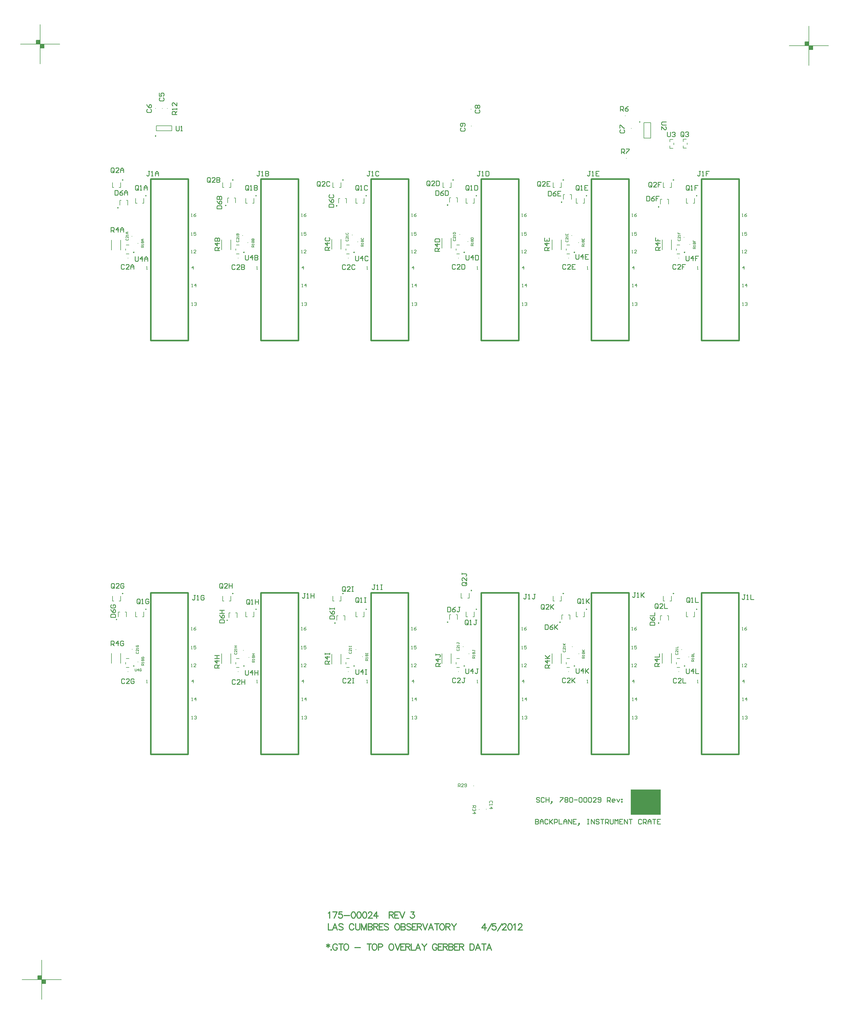
<source format=gto>
%FSLAX23Y23*%
%MOIN*%
G70*
G01*
G75*
G04 Layer_Color=65535*
%ADD10R,0.035X0.037*%
%ADD11R,0.035X0.037*%
%ADD12O,0.079X0.024*%
%ADD13R,0.036X0.028*%
%ADD14R,0.036X0.036*%
%ADD15R,0.050X0.050*%
%ADD16O,0.028X0.098*%
%ADD17R,0.126X0.071*%
%ADD18R,0.050X0.050*%
%ADD19C,0.010*%
%ADD20C,0.050*%
%ADD21C,0.008*%
%ADD22C,0.005*%
%ADD23C,0.012*%
%ADD24C,0.006*%
%ADD25C,0.012*%
%ADD26C,0.012*%
%ADD27C,0.020*%
%ADD28R,0.079X0.079*%
%ADD29C,0.079*%
%ADD30C,0.157*%
%ADD31C,0.039*%
%ADD32C,0.220*%
%ADD33C,0.085*%
%ADD34C,0.055*%
%ADD35C,0.116*%
%ADD36R,0.055X0.055*%
%ADD37R,0.098X0.098*%
%ADD38C,0.098*%
%ADD39C,0.059*%
%ADD40C,0.080*%
%ADD41C,0.065*%
%ADD42C,0.055*%
%ADD43R,0.098X0.098*%
%ADD44R,0.059X0.059*%
%ADD45R,0.070X0.070*%
%ADD46C,0.070*%
%ADD47C,0.040*%
%ADD48C,0.110*%
%ADD49C,0.217*%
%ADD50C,0.200*%
%ADD51C,0.026*%
%ADD52C,0.050*%
%ADD53C,0.024*%
%ADD54C,0.032*%
%ADD55C,0.025*%
%ADD56C,0.040*%
%ADD57C,0.087*%
%ADD58C,0.076*%
%ADD59C,0.131*%
%ADD60C,0.080*%
%ADD61C,0.206*%
%ADD62C,0.102*%
%ADD63C,0.075*%
%ADD64C,0.168*%
%ADD65C,0.091*%
%ADD66C,0.138*%
%ADD67C,0.092*%
G04:AMPARAMS|DCode=68|XSize=100mil|YSize=100mil|CornerRadius=0mil|HoleSize=0mil|Usage=FLASHONLY|Rotation=0.000|XOffset=0mil|YOffset=0mil|HoleType=Round|Shape=Relief|Width=10mil|Gap=10mil|Entries=4|*
%AMTHD68*
7,0,0,0.100,0.080,0.010,45*
%
%ADD68THD68*%
%ADD69C,0.073*%
%ADD70C,0.099*%
%ADD71C,0.075*%
%ADD72C,0.168*%
G04:AMPARAMS|DCode=73|XSize=70mil|YSize=70mil|CornerRadius=0mil|HoleSize=0mil|Usage=FLASHONLY|Rotation=0.000|XOffset=0mil|YOffset=0mil|HoleType=Round|Shape=Relief|Width=10mil|Gap=10mil|Entries=4|*
%AMTHD73*
7,0,0,0.070,0.050,0.010,45*
%
%ADD73THD73*%
%ADD74C,0.053*%
%ADD75C,0.068*%
%ADD76C,0.060*%
G04:AMPARAMS|DCode=77|XSize=107.244mil|YSize=107.244mil|CornerRadius=0mil|HoleSize=0mil|Usage=FLASHONLY|Rotation=0.000|XOffset=0mil|YOffset=0mil|HoleType=Round|Shape=Relief|Width=30mil|Gap=10mil|Entries=4|*
%AMTHD77*
7,0,0,0.107,0.087,0.030,45*
%
%ADD77THD77*%
G04:AMPARAMS|DCode=78|XSize=111.181mil|YSize=111.181mil|CornerRadius=0mil|HoleSize=0mil|Usage=FLASHONLY|Rotation=0.000|XOffset=0mil|YOffset=0mil|HoleType=Round|Shape=Relief|Width=30mil|Gap=10mil|Entries=4|*
%AMTHD78*
7,0,0,0.111,0.091,0.030,45*
%
%ADD78THD78*%
G04:AMPARAMS|DCode=79|XSize=112mil|YSize=112mil|CornerRadius=0mil|HoleSize=0mil|Usage=FLASHONLY|Rotation=0.000|XOffset=0mil|YOffset=0mil|HoleType=Round|Shape=Relief|Width=30mil|Gap=10mil|Entries=4|*
%AMTHD79*
7,0,0,0.112,0.092,0.030,45*
%
%ADD79THD79*%
G04:AMPARAMS|DCode=80|XSize=119.055mil|YSize=119.055mil|CornerRadius=0mil|HoleSize=0mil|Usage=FLASHONLY|Rotation=0.000|XOffset=0mil|YOffset=0mil|HoleType=Round|Shape=Relief|Width=30mil|Gap=10mil|Entries=4|*
%AMTHD80*
7,0,0,0.119,0.099,0.030,45*
%
%ADD80THD80*%
G04:AMPARAMS|DCode=81|XSize=100mil|YSize=100mil|CornerRadius=0mil|HoleSize=0mil|Usage=FLASHONLY|Rotation=0.000|XOffset=0mil|YOffset=0mil|HoleType=Round|Shape=Relief|Width=30mil|Gap=10mil|Entries=4|*
%AMTHD81*
7,0,0,0.100,0.080,0.030,45*
%
%ADD81THD81*%
G04:AMPARAMS|DCode=82|XSize=130mil|YSize=130mil|CornerRadius=0mil|HoleSize=0mil|Usage=FLASHONLY|Rotation=0.000|XOffset=0mil|YOffset=0mil|HoleType=Round|Shape=Relief|Width=30mil|Gap=10mil|Entries=4|*
%AMTHD82*
7,0,0,0.130,0.110,0.030,45*
%
%ADD82THD82*%
G04:AMPARAMS|DCode=83|XSize=88mil|YSize=88mil|CornerRadius=0mil|HoleSize=0mil|Usage=FLASHONLY|Rotation=0.000|XOffset=0mil|YOffset=0mil|HoleType=Round|Shape=Relief|Width=30mil|Gap=10mil|Entries=4|*
%AMTHD83*
7,0,0,0.088,0.068,0.030,45*
%
%ADD83THD83*%
G04:AMPARAMS|DCode=84|XSize=70mil|YSize=70mil|CornerRadius=0mil|HoleSize=0mil|Usage=FLASHONLY|Rotation=0.000|XOffset=0mil|YOffset=0mil|HoleType=Round|Shape=Relief|Width=30mil|Gap=10mil|Entries=4|*
%AMTHD84*
7,0,0,0.070,0.050,0.030,45*
%
%ADD84THD84*%
G04:AMPARAMS|DCode=85|XSize=80mil|YSize=80mil|CornerRadius=0mil|HoleSize=0mil|Usage=FLASHONLY|Rotation=0.000|XOffset=0mil|YOffset=0mil|HoleType=Round|Shape=Relief|Width=30mil|Gap=10mil|Entries=4|*
%AMTHD85*
7,0,0,0.080,0.060,0.030,45*
%
%ADD85THD85*%
G04:AMPARAMS|DCode=86|XSize=80mil|YSize=80mil|CornerRadius=0mil|HoleSize=0mil|Usage=FLASHONLY|Rotation=0.000|XOffset=0mil|YOffset=0mil|HoleType=Round|Shape=Relief|Width=10mil|Gap=10mil|Entries=4|*
%AMTHD86*
7,0,0,0.080,0.060,0.010,45*
%
%ADD86THD86*%
G04:AMPARAMS|DCode=87|XSize=96.221mil|YSize=96.221mil|CornerRadius=0mil|HoleSize=0mil|Usage=FLASHONLY|Rotation=0.000|XOffset=0mil|YOffset=0mil|HoleType=Round|Shape=Relief|Width=10mil|Gap=10mil|Entries=4|*
%AMTHD87*
7,0,0,0.096,0.076,0.010,45*
%
%ADD87THD87*%
G04:AMPARAMS|DCode=88|XSize=150.551mil|YSize=150.551mil|CornerRadius=0mil|HoleSize=0mil|Usage=FLASHONLY|Rotation=0.000|XOffset=0mil|YOffset=0mil|HoleType=Round|Shape=Relief|Width=10mil|Gap=10mil|Entries=4|*
%AMTHD88*
7,0,0,0.151,0.131,0.010,45*
%
%ADD88THD88*%
G04:AMPARAMS|DCode=89|XSize=122mil|YSize=122mil|CornerRadius=0mil|HoleSize=0mil|Usage=FLASHONLY|Rotation=0.000|XOffset=0mil|YOffset=0mil|HoleType=Round|Shape=Relief|Width=10mil|Gap=10mil|Entries=4|*
%AMTHD89*
7,0,0,0.122,0.102,0.010,45*
%
%ADD89THD89*%
G04:AMPARAMS|DCode=90|XSize=95mil|YSize=95mil|CornerRadius=0mil|HoleSize=0mil|Usage=FLASHONLY|Rotation=0.000|XOffset=0mil|YOffset=0mil|HoleType=Round|Shape=Relief|Width=10mil|Gap=10mil|Entries=4|*
%AMTHD90*
7,0,0,0.095,0.075,0.010,45*
%
%ADD90THD90*%
G04:AMPARAMS|DCode=91|XSize=112mil|YSize=112mil|CornerRadius=0mil|HoleSize=0mil|Usage=FLASHONLY|Rotation=0.000|XOffset=0mil|YOffset=0mil|HoleType=Round|Shape=Relief|Width=10mil|Gap=10mil|Entries=4|*
%AMTHD91*
7,0,0,0.112,0.092,0.010,45*
%
%ADD91THD91*%
G04:AMPARAMS|DCode=92|XSize=93.465mil|YSize=93.465mil|CornerRadius=0mil|HoleSize=0mil|Usage=FLASHONLY|Rotation=0.000|XOffset=0mil|YOffset=0mil|HoleType=Round|Shape=Relief|Width=10mil|Gap=10mil|Entries=4|*
%AMTHD92*
7,0,0,0.093,0.073,0.010,45*
%
%ADD92THD92*%
G04:AMPARAMS|DCode=93|XSize=95.433mil|YSize=95.433mil|CornerRadius=0mil|HoleSize=0mil|Usage=FLASHONLY|Rotation=0.000|XOffset=0mil|YOffset=0mil|HoleType=Round|Shape=Relief|Width=10mil|Gap=10mil|Entries=4|*
%AMTHD93*
7,0,0,0.095,0.075,0.010,45*
%
%ADD93THD93*%
G04:AMPARAMS|DCode=94|XSize=72.992mil|YSize=72.992mil|CornerRadius=0mil|HoleSize=0mil|Usage=FLASHONLY|Rotation=0.000|XOffset=0mil|YOffset=0mil|HoleType=Round|Shape=Relief|Width=10mil|Gap=10mil|Entries=4|*
%AMTHD94*
7,0,0,0.073,0.053,0.010,45*
%
%ADD94THD94*%
G04:AMPARAMS|DCode=95|XSize=88mil|YSize=88mil|CornerRadius=0mil|HoleSize=0mil|Usage=FLASHONLY|Rotation=0.000|XOffset=0mil|YOffset=0mil|HoleType=Round|Shape=Relief|Width=10mil|Gap=10mil|Entries=4|*
%AMTHD95*
7,0,0,0.088,0.068,0.010,45*
%
%ADD95THD95*%
G04:AMPARAMS|DCode=96|XSize=85mil|YSize=85mil|CornerRadius=0mil|HoleSize=0mil|Usage=FLASHONLY|Rotation=0.000|XOffset=0mil|YOffset=0mil|HoleType=Round|Shape=Relief|Width=10mil|Gap=10mil|Entries=4|*
%AMTHD96*
7,0,0,0.085,0.065,0.010,45*
%
%ADD96THD96*%
%ADD97R,0.037X0.075*%
%ADD98R,0.268X0.272*%
%ADD99R,0.272X0.268*%
%ADD100R,0.075X0.037*%
%ADD101R,0.025X0.100*%
%ADD102R,0.057X0.012*%
%ADD103R,0.025X0.185*%
%ADD104R,0.020X0.020*%
%ADD105R,0.016X0.020*%
%ADD106R,0.070X0.135*%
%ADD107R,0.078X0.048*%
%ADD108R,0.075X0.063*%
%ADD109R,0.045X0.017*%
%ADD110R,0.059X0.087*%
%ADD111R,0.126X0.060*%
%ADD112O,0.010X0.024*%
%ADD113R,0.094X0.065*%
%ADD114R,0.039X0.059*%
%ADD115R,0.040X0.067*%
%ADD116R,0.059X0.051*%
%ADD117R,0.070X0.025*%
%ADD118O,0.098X0.028*%
%ADD119R,0.051X0.059*%
%ADD120R,0.063X0.075*%
%ADD121C,0.020*%
%ADD122C,0.030*%
%ADD123C,0.010*%
%ADD124C,0.010*%
%ADD125C,0.008*%
%ADD126C,0.007*%
%ADD127R,0.384X0.322*%
D19*
X36445Y27270D02*
Y27220D01*
X36455Y27211D01*
X36475D01*
X36485Y27220D01*
Y27270D01*
X36505Y27260D02*
X36515Y27270D01*
X36535D01*
X36545Y27260D01*
Y27250D01*
X36535Y27240D01*
X36525D01*
X36535D01*
X36545Y27230D01*
Y27220D01*
X36535Y27211D01*
X36515D01*
X36505Y27220D01*
X36431Y27399D02*
X36381D01*
X36371Y27389D01*
Y27369D01*
X36381Y27359D01*
X36431D01*
X36371Y27299D02*
Y27339D01*
X36411Y27299D01*
X36421D01*
X36431Y27309D01*
Y27329D01*
X36421Y27339D01*
X36655Y27222D02*
Y27262D01*
X36645Y27272D01*
X36625D01*
X36616Y27262D01*
Y27222D01*
X36625Y27212D01*
X36645D01*
X36635Y27232D02*
X36655Y27212D01*
X36645D02*
X36655Y27222D01*
X36675Y27262D02*
X36685Y27272D01*
X36705D01*
X36715Y27262D01*
Y27252D01*
X36705Y27242D01*
X36695D01*
X36705D01*
X36715Y27232D01*
Y27222D01*
X36705Y27212D01*
X36685D01*
X36675Y27222D01*
X35852Y27299D02*
X35842Y27289D01*
Y27269D01*
X35852Y27259D01*
X35892D01*
X35902Y27269D01*
Y27289D01*
X35892Y27299D01*
X35842Y27319D02*
Y27359D01*
X35852D01*
X35892Y27319D01*
X35902D01*
X30202Y27347D02*
Y27297D01*
X30212Y27287D01*
X30232D01*
X30242Y27297D01*
Y27347D01*
X30262Y27287D02*
X30282D01*
X30272D01*
Y27347D01*
X30262Y27337D01*
X30212Y27491D02*
X30152D01*
Y27521D01*
X30162Y27531D01*
X30182D01*
X30192Y27521D01*
Y27491D01*
Y27511D02*
X30212Y27531D01*
Y27551D02*
Y27571D01*
Y27561D01*
X30152D01*
X30162Y27551D01*
X30212Y27641D02*
Y27601D01*
X30172Y27641D01*
X30162D01*
X30152Y27631D01*
Y27611D01*
X30162Y27601D01*
X29839Y27559D02*
X29829Y27549D01*
Y27529D01*
X29839Y27519D01*
X29879D01*
X29889Y27529D01*
Y27549D01*
X29879Y27559D01*
X29829Y27619D02*
X29839Y27599D01*
X29859Y27579D01*
X29879D01*
X29889Y27589D01*
Y27609D01*
X29879Y27619D01*
X29869D01*
X29859Y27609D01*
Y27579D01*
X29999Y27706D02*
X29989Y27696D01*
Y27676D01*
X29999Y27666D01*
X30039D01*
X30049Y27676D01*
Y27696D01*
X30039Y27706D01*
X29989Y27766D02*
Y27726D01*
X30019D01*
X30009Y27746D01*
Y27756D01*
X30019Y27766D01*
X30039D01*
X30049Y27756D01*
Y27736D01*
X30039Y27726D01*
X35469Y26771D02*
X35449D01*
X35459D01*
Y26721D01*
X35449Y26711D01*
X35439D01*
X35429Y26721D01*
X35489Y26711D02*
X35509D01*
X35499D01*
Y26771D01*
X35489Y26761D01*
X35579Y26771D02*
X35539D01*
Y26711D01*
X35579D01*
X35539Y26741D02*
X35559D01*
X29869Y26771D02*
X29849D01*
X29859D01*
Y26721D01*
X29849Y26711D01*
X29839D01*
X29829Y26721D01*
X29889Y26711D02*
X29909D01*
X29899D01*
Y26771D01*
X29889Y26761D01*
X29939Y26711D02*
Y26751D01*
X29959Y26771D01*
X29979Y26751D01*
Y26711D01*
Y26741D01*
X29939D01*
X31269Y26771D02*
X31249D01*
X31259D01*
Y26721D01*
X31249Y26711D01*
X31239D01*
X31229Y26721D01*
X31289Y26711D02*
X31309D01*
X31299D01*
Y26771D01*
X31289Y26761D01*
X31339Y26771D02*
Y26711D01*
X31369D01*
X31379Y26721D01*
Y26731D01*
X31369Y26741D01*
X31339D01*
X31369D01*
X31379Y26751D01*
Y26761D01*
X31369Y26771D01*
X31339D01*
X32669D02*
X32649D01*
X32659D01*
Y26721D01*
X32649Y26711D01*
X32639D01*
X32629Y26721D01*
X32689Y26711D02*
X32709D01*
X32699D01*
Y26771D01*
X32689Y26761D01*
X32779D02*
X32769Y26771D01*
X32749D01*
X32739Y26761D01*
Y26721D01*
X32749Y26711D01*
X32769D01*
X32779Y26721D01*
X34069Y26771D02*
X34049D01*
X34059D01*
Y26721D01*
X34049Y26711D01*
X34039D01*
X34029Y26721D01*
X34089Y26711D02*
X34109D01*
X34099D01*
Y26771D01*
X34089Y26761D01*
X34139Y26771D02*
Y26711D01*
X34169D01*
X34179Y26721D01*
Y26761D01*
X34169Y26771D01*
X34139D01*
X36869D02*
X36849D01*
X36859D01*
Y26721D01*
X36849Y26711D01*
X36839D01*
X36829Y26721D01*
X36889Y26711D02*
X36909D01*
X36899D01*
Y26771D01*
X36889Y26761D01*
X36979Y26771D02*
X36939D01*
Y26741D01*
X36959D01*
X36939D01*
Y26711D01*
X30446Y21390D02*
X30426D01*
X30436D01*
Y21340D01*
X30426Y21330D01*
X30416D01*
X30406Y21340D01*
X30466Y21330D02*
X30486D01*
X30476D01*
Y21390D01*
X30466Y21380D01*
X30556D02*
X30546Y21390D01*
X30526D01*
X30516Y21380D01*
Y21340D01*
X30526Y21330D01*
X30546D01*
X30556Y21340D01*
Y21360D01*
X30536D01*
X31843Y21412D02*
X31823D01*
X31833D01*
Y21362D01*
X31823Y21352D01*
X31813D01*
X31803Y21362D01*
X31863Y21352D02*
X31883D01*
X31873D01*
Y21412D01*
X31863Y21402D01*
X31913Y21412D02*
Y21352D01*
Y21382D01*
X31953D01*
Y21412D01*
Y21352D01*
X32730Y21522D02*
X32710D01*
X32720D01*
Y21472D01*
X32710Y21462D01*
X32700D01*
X32690Y21472D01*
X32750Y21462D02*
X32770D01*
X32760D01*
Y21522D01*
X32750Y21512D01*
X32800Y21522D02*
X32820D01*
X32810D01*
Y21462D01*
X32800D01*
X32820D01*
X34656Y21401D02*
X34636D01*
X34646D01*
Y21351D01*
X34636Y21341D01*
X34626D01*
X34616Y21351D01*
X34676Y21341D02*
X34696D01*
X34686D01*
Y21401D01*
X34676Y21391D01*
X34766Y21401D02*
X34746D01*
X34756D01*
Y21351D01*
X34746Y21341D01*
X34736D01*
X34726Y21351D01*
X36041Y21422D02*
X36021D01*
X36031D01*
Y21372D01*
X36021Y21362D01*
X36011D01*
X36001Y21372D01*
X36061Y21362D02*
X36081D01*
X36071D01*
Y21422D01*
X36061Y21412D01*
X36111Y21422D02*
Y21362D01*
Y21382D01*
X36151Y21422D01*
X36121Y21392D01*
X36151Y21362D01*
X37435Y21397D02*
X37415D01*
X37425D01*
Y21347D01*
X37415Y21337D01*
X37405D01*
X37395Y21347D01*
X37455Y21337D02*
X37475D01*
X37465D01*
Y21397D01*
X37455Y21387D01*
X37505Y21397D02*
Y21337D01*
X37545D01*
X29723Y26541D02*
Y26581D01*
X29713Y26591D01*
X29693D01*
X29683Y26581D01*
Y26541D01*
X29693Y26531D01*
X29713D01*
X29703Y26551D02*
X29723Y26531D01*
X29713D02*
X29723Y26541D01*
X29743Y26531D02*
X29763D01*
X29753D01*
Y26591D01*
X29743Y26581D01*
X29793Y26531D02*
Y26571D01*
X29813Y26591D01*
X29833Y26571D01*
Y26531D01*
Y26561D01*
X29793D01*
X31123Y26541D02*
Y26581D01*
X31113Y26591D01*
X31093D01*
X31083Y26581D01*
Y26541D01*
X31093Y26531D01*
X31113D01*
X31103Y26551D02*
X31123Y26531D01*
X31113D02*
X31123Y26541D01*
X31143Y26531D02*
X31163D01*
X31153D01*
Y26591D01*
X31143Y26581D01*
X31193Y26591D02*
Y26531D01*
X31223D01*
X31233Y26541D01*
Y26551D01*
X31223Y26561D01*
X31193D01*
X31223D01*
X31233Y26571D01*
Y26581D01*
X31223Y26591D01*
X31193D01*
X32523Y26541D02*
Y26581D01*
X32513Y26591D01*
X32493D01*
X32483Y26581D01*
Y26541D01*
X32493Y26531D01*
X32513D01*
X32503Y26551D02*
X32523Y26531D01*
X32513D02*
X32523Y26541D01*
X32543Y26531D02*
X32563D01*
X32553D01*
Y26591D01*
X32543Y26581D01*
X32633D02*
X32623Y26591D01*
X32603D01*
X32593Y26581D01*
Y26541D01*
X32603Y26531D01*
X32623D01*
X32633Y26541D01*
X33923D02*
Y26581D01*
X33913Y26591D01*
X33893D01*
X33883Y26581D01*
Y26541D01*
X33893Y26531D01*
X33913D01*
X33903Y26551D02*
X33923Y26531D01*
X33913D02*
X33923Y26541D01*
X33943Y26531D02*
X33963D01*
X33953D01*
Y26591D01*
X33943Y26581D01*
X33993Y26591D02*
Y26531D01*
X34023D01*
X34033Y26541D01*
Y26581D01*
X34023Y26591D01*
X33993D01*
X35323Y26541D02*
Y26581D01*
X35313Y26591D01*
X35293D01*
X35283Y26581D01*
Y26541D01*
X35293Y26531D01*
X35313D01*
X35303Y26551D02*
X35323Y26531D01*
X35313D02*
X35323Y26541D01*
X35343Y26531D02*
X35363D01*
X35353D01*
Y26591D01*
X35343Y26581D01*
X35433Y26591D02*
X35393D01*
Y26531D01*
X35433D01*
X35393Y26561D02*
X35413D01*
X36723Y26541D02*
Y26581D01*
X36713Y26591D01*
X36693D01*
X36683Y26581D01*
Y26541D01*
X36693Y26531D01*
X36713D01*
X36703Y26551D02*
X36723Y26531D01*
X36713D02*
X36723Y26541D01*
X36743Y26531D02*
X36763D01*
X36753D01*
Y26591D01*
X36743Y26581D01*
X36833Y26591D02*
X36793D01*
Y26561D01*
X36813D01*
X36793D01*
Y26531D01*
X29743Y21292D02*
Y21332D01*
X29733Y21342D01*
X29713D01*
X29703Y21332D01*
Y21292D01*
X29713Y21282D01*
X29733D01*
X29723Y21302D02*
X29743Y21282D01*
X29733D02*
X29743Y21292D01*
X29763Y21282D02*
X29783D01*
X29773D01*
Y21342D01*
X29763Y21332D01*
X29853D02*
X29843Y21342D01*
X29823D01*
X29813Y21332D01*
Y21292D01*
X29823Y21282D01*
X29843D01*
X29853Y21292D01*
Y21312D01*
X29833D01*
X31138Y21286D02*
Y21326D01*
X31128Y21336D01*
X31108D01*
X31098Y21326D01*
Y21286D01*
X31108Y21276D01*
X31128D01*
X31118Y21296D02*
X31138Y21276D01*
X31128D02*
X31138Y21286D01*
X31158Y21276D02*
X31178D01*
X31168D01*
Y21336D01*
X31158Y21326D01*
X31208Y21336D02*
Y21276D01*
Y21306D01*
X31248D01*
Y21336D01*
Y21276D01*
X32523Y21310D02*
Y21350D01*
X32513Y21360D01*
X32493D01*
X32483Y21350D01*
Y21310D01*
X32493Y21300D01*
X32513D01*
X32503Y21320D02*
X32523Y21300D01*
X32513D02*
X32523Y21310D01*
X32543Y21300D02*
X32563D01*
X32553D01*
Y21360D01*
X32543Y21350D01*
X32593Y21360D02*
X32613D01*
X32603D01*
Y21300D01*
X32593D01*
X32613D01*
X33915Y21024D02*
Y21064D01*
X33905Y21074D01*
X33885D01*
X33875Y21064D01*
Y21024D01*
X33885Y21014D01*
X33905D01*
X33895Y21034D02*
X33915Y21014D01*
X33905D02*
X33915Y21024D01*
X33935Y21014D02*
X33955D01*
X33945D01*
Y21074D01*
X33935Y21064D01*
X34025Y21074D02*
X34005D01*
X34015D01*
Y21024D01*
X34005Y21014D01*
X33995D01*
X33985Y21024D01*
X35343Y21296D02*
Y21336D01*
X35333Y21346D01*
X35313D01*
X35303Y21336D01*
Y21296D01*
X35313Y21286D01*
X35333D01*
X35323Y21306D02*
X35343Y21286D01*
X35333D02*
X35343Y21296D01*
X35363Y21286D02*
X35383D01*
X35373D01*
Y21346D01*
X35363Y21336D01*
X35413Y21346D02*
Y21286D01*
Y21306D01*
X35453Y21346D01*
X35423Y21316D01*
X35453Y21286D01*
X36731Y21310D02*
Y21350D01*
X36721Y21360D01*
X36701D01*
X36691Y21350D01*
Y21310D01*
X36701Y21300D01*
X36721D01*
X36711Y21320D02*
X36731Y21300D01*
X36721D02*
X36731Y21310D01*
X36751Y21300D02*
X36771D01*
X36761D01*
Y21360D01*
X36751Y21350D01*
X36801Y21360D02*
Y21300D01*
X36841D01*
X29413Y26765D02*
Y26805D01*
X29403Y26815D01*
X29383D01*
X29373Y26805D01*
Y26765D01*
X29383Y26755D01*
X29403D01*
X29393Y26775D02*
X29413Y26755D01*
X29403D02*
X29413Y26765D01*
X29473Y26755D02*
X29433D01*
X29473Y26795D01*
Y26805D01*
X29463Y26815D01*
X29443D01*
X29433Y26805D01*
X29493Y26755D02*
Y26795D01*
X29513Y26815D01*
X29533Y26795D01*
Y26755D01*
Y26785D01*
X29493D01*
X30638Y26643D02*
Y26683D01*
X30628Y26693D01*
X30608D01*
X30598Y26683D01*
Y26643D01*
X30608Y26633D01*
X30628D01*
X30618Y26653D02*
X30638Y26633D01*
X30628D02*
X30638Y26643D01*
X30698Y26633D02*
X30658D01*
X30698Y26673D01*
Y26683D01*
X30688Y26693D01*
X30668D01*
X30658Y26683D01*
X30718Y26693D02*
Y26633D01*
X30748D01*
X30758Y26643D01*
Y26653D01*
X30748Y26663D01*
X30718D01*
X30748D01*
X30758Y26673D01*
Y26683D01*
X30748Y26693D01*
X30718D01*
X32035Y26593D02*
Y26633D01*
X32025Y26643D01*
X32005D01*
X31995Y26633D01*
Y26593D01*
X32005Y26583D01*
X32025D01*
X32015Y26603D02*
X32035Y26583D01*
X32025D02*
X32035Y26593D01*
X32095Y26583D02*
X32055D01*
X32095Y26623D01*
Y26633D01*
X32085Y26643D01*
X32065D01*
X32055Y26633D01*
X32155D02*
X32145Y26643D01*
X32125D01*
X32115Y26633D01*
Y26593D01*
X32125Y26583D01*
X32145D01*
X32155Y26593D01*
X33428Y26600D02*
Y26640D01*
X33418Y26650D01*
X33398D01*
X33388Y26640D01*
Y26600D01*
X33398Y26590D01*
X33418D01*
X33408Y26610D02*
X33428Y26590D01*
X33418D02*
X33428Y26600D01*
X33488Y26590D02*
X33448D01*
X33488Y26630D01*
Y26640D01*
X33478Y26650D01*
X33458D01*
X33448Y26640D01*
X33508Y26650D02*
Y26590D01*
X33538D01*
X33548Y26600D01*
Y26640D01*
X33538Y26650D01*
X33508D01*
X34833Y26591D02*
Y26631D01*
X34823Y26641D01*
X34803D01*
X34793Y26631D01*
Y26591D01*
X34803Y26581D01*
X34823D01*
X34813Y26601D02*
X34833Y26581D01*
X34823D02*
X34833Y26591D01*
X34893Y26581D02*
X34853D01*
X34893Y26621D01*
Y26631D01*
X34883Y26641D01*
X34863D01*
X34853Y26631D01*
X34953Y26641D02*
X34913D01*
Y26581D01*
X34953D01*
X34913Y26611D02*
X34933D01*
X36246Y26583D02*
Y26623D01*
X36236Y26633D01*
X36216D01*
X36206Y26623D01*
Y26583D01*
X36216Y26573D01*
X36236D01*
X36226Y26593D02*
X36246Y26573D01*
X36236D02*
X36246Y26583D01*
X36306Y26573D02*
X36266D01*
X36306Y26613D01*
Y26623D01*
X36296Y26633D01*
X36276D01*
X36266Y26623D01*
X36366Y26633D02*
X36326D01*
Y26603D01*
X36346D01*
X36326D01*
Y26573D01*
X29416Y21489D02*
Y21529D01*
X29406Y21539D01*
X29386D01*
X29376Y21529D01*
Y21489D01*
X29386Y21479D01*
X29406D01*
X29396Y21499D02*
X29416Y21479D01*
X29406D02*
X29416Y21489D01*
X29476Y21479D02*
X29436D01*
X29476Y21519D01*
Y21529D01*
X29466Y21539D01*
X29446D01*
X29436Y21529D01*
X29536D02*
X29526Y21539D01*
X29506D01*
X29496Y21529D01*
Y21489D01*
X29506Y21479D01*
X29526D01*
X29536Y21489D01*
Y21509D01*
X29516D01*
X30795Y21489D02*
Y21529D01*
X30785Y21539D01*
X30765D01*
X30755Y21529D01*
Y21489D01*
X30765Y21479D01*
X30785D01*
X30775Y21499D02*
X30795Y21479D01*
X30785D02*
X30795Y21489D01*
X30855Y21479D02*
X30815D01*
X30855Y21519D01*
Y21529D01*
X30845Y21539D01*
X30825D01*
X30815Y21529D01*
X30875Y21539D02*
Y21479D01*
Y21509D01*
X30915D01*
Y21539D01*
Y21479D01*
X32355Y21449D02*
Y21489D01*
X32345Y21499D01*
X32325D01*
X32315Y21489D01*
Y21449D01*
X32325Y21439D01*
X32345D01*
X32335Y21459D02*
X32355Y21439D01*
X32345D02*
X32355Y21449D01*
X32415Y21439D02*
X32375D01*
X32415Y21479D01*
Y21489D01*
X32405Y21499D01*
X32385D01*
X32375Y21489D01*
X32435Y21499D02*
X32455D01*
X32445D01*
Y21439D01*
X32435D01*
X32455D01*
X33883Y21553D02*
X33843D01*
X33833Y21543D01*
Y21523D01*
X33843Y21513D01*
X33883D01*
X33893Y21523D01*
Y21543D01*
X33873Y21533D02*
X33893Y21553D01*
Y21543D02*
X33883Y21553D01*
X33893Y21613D02*
Y21573D01*
X33853Y21613D01*
X33843D01*
X33833Y21603D01*
Y21583D01*
X33843Y21573D01*
X33833Y21673D02*
Y21653D01*
Y21663D01*
X33883D01*
X33893Y21653D01*
Y21643D01*
X33883Y21633D01*
X34882Y21223D02*
Y21263D01*
X34872Y21273D01*
X34852D01*
X34842Y21263D01*
Y21223D01*
X34852Y21213D01*
X34872D01*
X34862Y21233D02*
X34882Y21213D01*
X34872D02*
X34882Y21223D01*
X34942Y21213D02*
X34902D01*
X34942Y21253D01*
Y21263D01*
X34932Y21273D01*
X34912D01*
X34902Y21263D01*
X34962Y21273D02*
Y21213D01*
Y21233D01*
X35002Y21273D01*
X34972Y21243D01*
X35002Y21213D01*
X36328Y21233D02*
Y21273D01*
X36318Y21283D01*
X36298D01*
X36288Y21273D01*
Y21233D01*
X36298Y21223D01*
X36318D01*
X36308Y21243D02*
X36328Y21223D01*
X36318D02*
X36328Y21233D01*
X36388Y21223D02*
X36348D01*
X36388Y21263D01*
Y21273D01*
X36378Y21283D01*
X36358D01*
X36348Y21273D01*
X36408Y21283D02*
Y21223D01*
X36448D01*
X29375Y26000D02*
Y26060D01*
X29405D01*
X29415Y26050D01*
Y26030D01*
X29405Y26020D01*
X29375D01*
X29395D02*
X29415Y26000D01*
X29465D02*
Y26060D01*
X29435Y26030D01*
X29475D01*
X29495Y26000D02*
Y26040D01*
X29515Y26060D01*
X29535Y26040D01*
Y26000D01*
Y26030D01*
X29495D01*
X30755Y25765D02*
X30695D01*
Y25795D01*
X30705Y25805D01*
X30725D01*
X30735Y25795D01*
Y25765D01*
Y25785D02*
X30755Y25805D01*
Y25855D02*
X30695D01*
X30725Y25825D01*
Y25865D01*
X30695Y25885D02*
X30755D01*
Y25915D01*
X30745Y25925D01*
X30735D01*
X30725Y25915D01*
Y25885D01*
Y25915D01*
X30715Y25925D01*
X30705D01*
X30695Y25915D01*
Y25885D01*
X32155Y25770D02*
X32095D01*
Y25800D01*
X32105Y25810D01*
X32125D01*
X32135Y25800D01*
Y25770D01*
Y25790D02*
X32155Y25810D01*
Y25860D02*
X32095D01*
X32125Y25830D01*
Y25870D01*
X32105Y25930D02*
X32095Y25920D01*
Y25900D01*
X32105Y25890D01*
X32145D01*
X32155Y25900D01*
Y25920D01*
X32145Y25930D01*
X33550Y25755D02*
X33490D01*
Y25785D01*
X33500Y25795D01*
X33520D01*
X33530Y25785D01*
Y25755D01*
Y25775D02*
X33550Y25795D01*
Y25845D02*
X33490D01*
X33520Y25815D01*
Y25855D01*
X33490Y25875D02*
X33550D01*
Y25905D01*
X33540Y25915D01*
X33500D01*
X33490Y25905D01*
Y25875D01*
X34945Y25765D02*
X34885D01*
Y25795D01*
X34895Y25805D01*
X34915D01*
X34925Y25795D01*
Y25765D01*
Y25785D02*
X34945Y25805D01*
Y25855D02*
X34885D01*
X34915Y25825D01*
Y25865D01*
X34885Y25925D02*
Y25885D01*
X34945D01*
Y25925D01*
X34915Y25885D02*
Y25905D01*
X36355Y25770D02*
X36295D01*
Y25800D01*
X36305Y25810D01*
X36325D01*
X36335Y25800D01*
Y25770D01*
Y25790D02*
X36355Y25810D01*
Y25860D02*
X36295D01*
X36325Y25830D01*
Y25870D01*
X36295Y25930D02*
Y25890D01*
X36325D01*
Y25910D01*
Y25890D01*
X36355D01*
X29375Y20750D02*
Y20810D01*
X29405D01*
X29415Y20800D01*
Y20780D01*
X29405Y20770D01*
X29375D01*
X29395D02*
X29415Y20750D01*
X29465D02*
Y20810D01*
X29435Y20780D01*
X29475D01*
X29535Y20800D02*
X29525Y20810D01*
X29505D01*
X29495Y20800D01*
Y20760D01*
X29505Y20750D01*
X29525D01*
X29535Y20760D01*
Y20780D01*
X29515D01*
X30750Y20465D02*
X30690D01*
Y20495D01*
X30700Y20505D01*
X30720D01*
X30730Y20495D01*
Y20465D01*
Y20485D02*
X30750Y20505D01*
Y20555D02*
X30690D01*
X30720Y20525D01*
Y20565D01*
X30690Y20585D02*
X30750D01*
X30720D01*
Y20625D01*
X30690D01*
X30750D01*
X32154Y20517D02*
X32094D01*
Y20547D01*
X32104Y20557D01*
X32124D01*
X32134Y20547D01*
Y20517D01*
Y20537D02*
X32154Y20557D01*
Y20607D02*
X32094D01*
X32124Y20577D01*
Y20617D01*
X32094Y20637D02*
Y20657D01*
Y20647D01*
X32154D01*
Y20637D01*
Y20657D01*
X33560Y20485D02*
X33500D01*
Y20515D01*
X33510Y20525D01*
X33530D01*
X33540Y20515D01*
Y20485D01*
Y20505D02*
X33560Y20525D01*
Y20575D02*
X33500D01*
X33530Y20545D01*
Y20585D01*
X33500Y20645D02*
Y20625D01*
Y20635D01*
X33550D01*
X33560Y20625D01*
Y20615D01*
X33550Y20605D01*
X34950Y20465D02*
X34890D01*
Y20495D01*
X34900Y20505D01*
X34920D01*
X34930Y20495D01*
Y20465D01*
Y20485D02*
X34950Y20505D01*
Y20555D02*
X34890D01*
X34920Y20525D01*
Y20565D01*
X34890Y20585D02*
X34950D01*
X34930D01*
X34890Y20625D01*
X34920Y20595D01*
X34950Y20625D01*
X36345Y20485D02*
X36285D01*
Y20515D01*
X36295Y20525D01*
X36315D01*
X36325Y20515D01*
Y20485D01*
Y20505D02*
X36345Y20525D01*
Y20575D02*
X36285D01*
X36315Y20545D01*
Y20585D01*
X36285Y20605D02*
X36345D01*
Y20645D01*
X35847Y27536D02*
Y27596D01*
X35877D01*
X35887Y27586D01*
Y27566D01*
X35877Y27556D01*
X35847D01*
X35867D02*
X35887Y27536D01*
X35947Y27596D02*
X35927Y27586D01*
X35907Y27566D01*
Y27546D01*
X35917Y27536D01*
X35937D01*
X35947Y27546D01*
Y27556D01*
X35937Y27566D01*
X35907D01*
X35860Y26996D02*
Y27056D01*
X35890D01*
X35900Y27046D01*
Y27026D01*
X35890Y27016D01*
X35860D01*
X35880D02*
X35900Y26996D01*
X35920Y27056D02*
X35960D01*
Y27046D01*
X35920Y27006D01*
Y26996D01*
X29545Y25580D02*
X29535Y25590D01*
X29515D01*
X29505Y25580D01*
Y25540D01*
X29515Y25530D01*
X29535D01*
X29545Y25540D01*
X29605Y25530D02*
X29565D01*
X29605Y25570D01*
Y25580D01*
X29595Y25590D01*
X29575D01*
X29565Y25580D01*
X29625Y25530D02*
Y25570D01*
X29645Y25590D01*
X29665Y25570D01*
Y25530D01*
Y25560D01*
X29625D01*
X30950Y25575D02*
X30940Y25585D01*
X30920D01*
X30910Y25575D01*
Y25535D01*
X30920Y25525D01*
X30940D01*
X30950Y25535D01*
X31010Y25525D02*
X30970D01*
X31010Y25565D01*
Y25575D01*
X31000Y25585D01*
X30980D01*
X30970Y25575D01*
X31030Y25585D02*
Y25525D01*
X31060D01*
X31070Y25535D01*
Y25545D01*
X31060Y25555D01*
X31030D01*
X31060D01*
X31070Y25565D01*
Y25575D01*
X31060Y25585D01*
X31030D01*
X32355Y25575D02*
X32345Y25585D01*
X32325D01*
X32315Y25575D01*
Y25535D01*
X32325Y25525D01*
X32345D01*
X32355Y25535D01*
X32415Y25525D02*
X32375D01*
X32415Y25565D01*
Y25575D01*
X32405Y25585D01*
X32385D01*
X32375Y25575D01*
X32475D02*
X32465Y25585D01*
X32445D01*
X32435Y25575D01*
Y25535D01*
X32445Y25525D01*
X32465D01*
X32475Y25535D01*
X33750Y25580D02*
X33740Y25590D01*
X33720D01*
X33710Y25580D01*
Y25540D01*
X33720Y25530D01*
X33740D01*
X33750Y25540D01*
X33810Y25530D02*
X33770D01*
X33810Y25570D01*
Y25580D01*
X33800Y25590D01*
X33780D01*
X33770Y25580D01*
X33830Y25590D02*
Y25530D01*
X33860D01*
X33870Y25540D01*
Y25580D01*
X33860Y25590D01*
X33830D01*
X35155Y25580D02*
X35145Y25590D01*
X35125D01*
X35115Y25580D01*
Y25540D01*
X35125Y25530D01*
X35145D01*
X35155Y25540D01*
X35215Y25530D02*
X35175D01*
X35215Y25570D01*
Y25580D01*
X35205Y25590D01*
X35185D01*
X35175Y25580D01*
X35275Y25590D02*
X35235D01*
Y25530D01*
X35275D01*
X35235Y25560D02*
X35255D01*
X36555Y25580D02*
X36545Y25590D01*
X36525D01*
X36515Y25580D01*
Y25540D01*
X36525Y25530D01*
X36545D01*
X36555Y25540D01*
X36615Y25530D02*
X36575D01*
X36615Y25570D01*
Y25580D01*
X36605Y25590D01*
X36585D01*
X36575Y25580D01*
X36675Y25590D02*
X36635D01*
Y25560D01*
X36655D01*
X36635D01*
Y25530D01*
X29549Y20320D02*
X29539Y20330D01*
X29519D01*
X29509Y20320D01*
Y20280D01*
X29519Y20270D01*
X29539D01*
X29549Y20280D01*
X29609Y20270D02*
X29569D01*
X29609Y20310D01*
Y20320D01*
X29599Y20330D01*
X29579D01*
X29569Y20320D01*
X29669D02*
X29659Y20330D01*
X29639D01*
X29629Y20320D01*
Y20280D01*
X29639Y20270D01*
X29659D01*
X29669Y20280D01*
Y20300D01*
X29649D01*
X30955Y20310D02*
X30945Y20320D01*
X30925D01*
X30915Y20310D01*
Y20270D01*
X30925Y20260D01*
X30945D01*
X30955Y20270D01*
X31015Y20260D02*
X30975D01*
X31015Y20300D01*
Y20310D01*
X31005Y20320D01*
X30985D01*
X30975Y20310D01*
X31035Y20320D02*
Y20260D01*
Y20290D01*
X31075D01*
Y20320D01*
Y20260D01*
X32360Y20325D02*
X32350Y20335D01*
X32330D01*
X32320Y20325D01*
Y20285D01*
X32330Y20275D01*
X32350D01*
X32360Y20285D01*
X32420Y20275D02*
X32380D01*
X32420Y20315D01*
Y20325D01*
X32410Y20335D01*
X32390D01*
X32380Y20325D01*
X32440Y20335D02*
X32460D01*
X32450D01*
Y20275D01*
X32440D01*
X32460D01*
X33755Y20330D02*
X33745Y20340D01*
X33725D01*
X33715Y20330D01*
Y20290D01*
X33725Y20280D01*
X33745D01*
X33755Y20290D01*
X33815Y20280D02*
X33775D01*
X33815Y20320D01*
Y20330D01*
X33805Y20340D01*
X33785D01*
X33775Y20330D01*
X33875Y20340D02*
X33855D01*
X33865D01*
Y20290D01*
X33855Y20280D01*
X33845D01*
X33835Y20290D01*
X35150Y20330D02*
X35140Y20340D01*
X35120D01*
X35110Y20330D01*
Y20290D01*
X35120Y20280D01*
X35140D01*
X35150Y20290D01*
X35210Y20280D02*
X35170D01*
X35210Y20320D01*
Y20330D01*
X35200Y20340D01*
X35180D01*
X35170Y20330D01*
X35230Y20340D02*
Y20280D01*
Y20300D01*
X35270Y20340D01*
X35240Y20310D01*
X35270Y20280D01*
X36560Y20325D02*
X36550Y20335D01*
X36530D01*
X36520Y20325D01*
Y20285D01*
X36530Y20275D01*
X36550D01*
X36560Y20285D01*
X36620Y20275D02*
X36580D01*
X36620Y20315D01*
Y20325D01*
X36610Y20335D01*
X36590D01*
X36580Y20325D01*
X36640Y20335D02*
Y20275D01*
X36680D01*
X29680Y25690D02*
Y25640D01*
X29690Y25630D01*
X29710D01*
X29720Y25640D01*
Y25690D01*
X29770Y25630D02*
Y25690D01*
X29740Y25660D01*
X29780D01*
X29800Y25630D02*
Y25670D01*
X29820Y25690D01*
X29840Y25670D01*
Y25630D01*
Y25660D01*
X29800D01*
X31080Y25705D02*
Y25655D01*
X31090Y25645D01*
X31110D01*
X31120Y25655D01*
Y25705D01*
X31170Y25645D02*
Y25705D01*
X31140Y25675D01*
X31180D01*
X31200Y25705D02*
Y25645D01*
X31230D01*
X31240Y25655D01*
Y25665D01*
X31230Y25675D01*
X31200D01*
X31230D01*
X31240Y25685D01*
Y25695D01*
X31230Y25705D01*
X31200D01*
X32480Y25695D02*
Y25645D01*
X32490Y25635D01*
X32510D01*
X32520Y25645D01*
Y25695D01*
X32570Y25635D02*
Y25695D01*
X32540Y25665D01*
X32580D01*
X32640Y25685D02*
X32630Y25695D01*
X32610D01*
X32600Y25685D01*
Y25645D01*
X32610Y25635D01*
X32630D01*
X32640Y25645D01*
X33885Y25705D02*
Y25655D01*
X33895Y25645D01*
X33915D01*
X33925Y25655D01*
Y25705D01*
X33975Y25645D02*
Y25705D01*
X33945Y25675D01*
X33985D01*
X34005Y25705D02*
Y25645D01*
X34035D01*
X34045Y25655D01*
Y25695D01*
X34035Y25705D01*
X34005D01*
X35280Y25715D02*
Y25665D01*
X35290Y25655D01*
X35310D01*
X35320Y25665D01*
Y25715D01*
X35370Y25655D02*
Y25715D01*
X35340Y25685D01*
X35380D01*
X35440Y25715D02*
X35400D01*
Y25655D01*
X35440D01*
X35400Y25685D02*
X35420D01*
X36680Y25695D02*
Y25645D01*
X36690Y25635D01*
X36710D01*
X36720Y25645D01*
Y25695D01*
X36770Y25635D02*
Y25695D01*
X36740Y25665D01*
X36780D01*
X36840Y25695D02*
X36800D01*
Y25665D01*
X36820D01*
X36800D01*
Y25635D01*
X31080Y20435D02*
Y20385D01*
X31090Y20375D01*
X31110D01*
X31120Y20385D01*
Y20435D01*
X31170Y20375D02*
Y20435D01*
X31140Y20405D01*
X31180D01*
X31200Y20435D02*
Y20375D01*
Y20405D01*
X31240D01*
Y20435D01*
Y20375D01*
X32485Y20445D02*
Y20395D01*
X32495Y20385D01*
X32515D01*
X32525Y20395D01*
Y20445D01*
X32575Y20385D02*
Y20445D01*
X32545Y20415D01*
X32585D01*
X32605Y20445D02*
X32625D01*
X32615D01*
Y20385D01*
X32605D01*
X32625D01*
X33880Y20455D02*
Y20405D01*
X33890Y20395D01*
X33910D01*
X33920Y20405D01*
Y20455D01*
X33970Y20395D02*
Y20455D01*
X33940Y20425D01*
X33980D01*
X34040Y20455D02*
X34020D01*
X34030D01*
Y20405D01*
X34020Y20395D01*
X34010D01*
X34000Y20405D01*
X35285Y20460D02*
Y20410D01*
X35295Y20400D01*
X35315D01*
X35325Y20410D01*
Y20460D01*
X35375Y20400D02*
Y20460D01*
X35345Y20430D01*
X35385D01*
X35405Y20460D02*
Y20400D01*
Y20420D01*
X35445Y20460D01*
X35415Y20430D01*
X35445Y20400D01*
X36685Y20455D02*
Y20405D01*
X36695Y20395D01*
X36715D01*
X36725Y20405D01*
Y20455D01*
X36775Y20395D02*
Y20455D01*
X36745Y20425D01*
X36785D01*
X36805Y20455D02*
Y20395D01*
X36845D01*
X34011Y27552D02*
X34001Y27542D01*
Y27522D01*
X34011Y27512D01*
X34051D01*
X34061Y27522D01*
Y27542D01*
X34051Y27552D01*
X34011Y27572D02*
X34001Y27582D01*
Y27602D01*
X34011Y27612D01*
X34021D01*
X34031Y27602D01*
X34041Y27612D01*
X34051D01*
X34061Y27602D01*
Y27582D01*
X34051Y27572D01*
X34041D01*
X34031Y27582D01*
X34021Y27572D01*
X34011D01*
X34031Y27582D02*
Y27602D01*
X33824Y27322D02*
X33814Y27312D01*
Y27292D01*
X33824Y27282D01*
X33864D01*
X33874Y27292D01*
Y27312D01*
X33864Y27322D01*
Y27342D02*
X33874Y27352D01*
Y27372D01*
X33864Y27382D01*
X33824D01*
X33814Y27372D01*
Y27352D01*
X33824Y27342D01*
X33834D01*
X33844Y27352D01*
Y27382D01*
X29425Y26529D02*
Y26469D01*
X29455D01*
X29465Y26479D01*
Y26519D01*
X29455Y26529D01*
X29425D01*
X29525D02*
X29505Y26519D01*
X29485Y26499D01*
Y26479D01*
X29495Y26469D01*
X29515D01*
X29525Y26479D01*
Y26489D01*
X29515Y26499D01*
X29485D01*
X29545Y26469D02*
Y26509D01*
X29565Y26529D01*
X29585Y26509D01*
Y26469D01*
Y26499D01*
X29545D01*
X30720Y26294D02*
X30780D01*
Y26324D01*
X30770Y26334D01*
X30730D01*
X30720Y26324D01*
Y26294D01*
Y26394D02*
X30730Y26374D01*
X30750Y26354D01*
X30770D01*
X30780Y26364D01*
Y26384D01*
X30770Y26394D01*
X30760D01*
X30750Y26384D01*
Y26354D01*
X30720Y26414D02*
X30780D01*
Y26444D01*
X30770Y26454D01*
X30760D01*
X30750Y26444D01*
Y26414D01*
Y26444D01*
X30740Y26454D01*
X30730D01*
X30720Y26444D01*
Y26414D01*
X32145Y26314D02*
X32205D01*
Y26344D01*
X32195Y26354D01*
X32155D01*
X32145Y26344D01*
Y26314D01*
Y26414D02*
X32155Y26394D01*
X32175Y26374D01*
X32195D01*
X32205Y26384D01*
Y26404D01*
X32195Y26414D01*
X32185D01*
X32175Y26404D01*
Y26374D01*
X32155Y26474D02*
X32145Y26464D01*
Y26444D01*
X32155Y26434D01*
X32195D01*
X32205Y26444D01*
Y26464D01*
X32195Y26474D01*
X33500Y26524D02*
Y26464D01*
X33530D01*
X33540Y26474D01*
Y26514D01*
X33530Y26524D01*
X33500D01*
X33600D02*
X33580Y26514D01*
X33560Y26494D01*
Y26474D01*
X33570Y26464D01*
X33590D01*
X33600Y26474D01*
Y26484D01*
X33590Y26494D01*
X33560D01*
X33620Y26524D02*
Y26464D01*
X33650D01*
X33660Y26474D01*
Y26514D01*
X33650Y26524D01*
X33620D01*
X34930Y26519D02*
Y26459D01*
X34960D01*
X34970Y26469D01*
Y26509D01*
X34960Y26519D01*
X34930D01*
X35030D02*
X35010Y26509D01*
X34990Y26489D01*
Y26469D01*
X35000Y26459D01*
X35020D01*
X35030Y26469D01*
Y26479D01*
X35020Y26489D01*
X34990D01*
X35090Y26519D02*
X35050D01*
Y26459D01*
X35090D01*
X35050Y26489D02*
X35070D01*
X36180Y26454D02*
Y26394D01*
X36210D01*
X36220Y26404D01*
Y26444D01*
X36210Y26454D01*
X36180D01*
X36280D02*
X36260Y26444D01*
X36240Y26424D01*
Y26404D01*
X36250Y26394D01*
X36270D01*
X36280Y26404D01*
Y26414D01*
X36270Y26424D01*
X36240D01*
X36340Y26454D02*
X36300D01*
Y26424D01*
X36320D01*
X36300D01*
Y26394D01*
X29370Y21109D02*
X29430D01*
Y21139D01*
X29420Y21149D01*
X29380D01*
X29370Y21139D01*
Y21109D01*
Y21209D02*
X29380Y21189D01*
X29400Y21169D01*
X29420D01*
X29430Y21179D01*
Y21199D01*
X29420Y21209D01*
X29410D01*
X29400Y21199D01*
Y21169D01*
X29380Y21269D02*
X29370Y21259D01*
Y21239D01*
X29380Y21229D01*
X29420D01*
X29430Y21239D01*
Y21259D01*
X29420Y21269D01*
X29400D01*
Y21249D01*
X30755Y21039D02*
X30815D01*
Y21069D01*
X30805Y21079D01*
X30765D01*
X30755Y21069D01*
Y21039D01*
Y21139D02*
X30765Y21119D01*
X30785Y21099D01*
X30805D01*
X30815Y21109D01*
Y21129D01*
X30805Y21139D01*
X30795D01*
X30785Y21129D01*
Y21099D01*
X30755Y21159D02*
X30815D01*
X30785D01*
Y21199D01*
X30755D01*
X30815D01*
X32155Y21089D02*
X32215D01*
Y21119D01*
X32205Y21129D01*
X32165D01*
X32155Y21119D01*
Y21089D01*
Y21189D02*
X32165Y21169D01*
X32185Y21149D01*
X32205D01*
X32215Y21159D01*
Y21179D01*
X32205Y21189D01*
X32195D01*
X32185Y21179D01*
Y21149D01*
X32155Y21209D02*
Y21229D01*
Y21219D01*
X32215D01*
Y21209D01*
Y21229D01*
X33650Y21239D02*
Y21179D01*
X33680D01*
X33690Y21189D01*
Y21229D01*
X33680Y21239D01*
X33650D01*
X33750D02*
X33730Y21229D01*
X33710Y21209D01*
Y21189D01*
X33720Y21179D01*
X33740D01*
X33750Y21189D01*
Y21199D01*
X33740Y21209D01*
X33710D01*
X33810Y21239D02*
X33790D01*
X33800D01*
Y21189D01*
X33790Y21179D01*
X33780D01*
X33770Y21189D01*
X34890Y21014D02*
Y20954D01*
X34920D01*
X34930Y20964D01*
Y21004D01*
X34920Y21014D01*
X34890D01*
X34990D02*
X34970Y21004D01*
X34950Y20984D01*
Y20964D01*
X34960Y20954D01*
X34980D01*
X34990Y20964D01*
Y20974D01*
X34980Y20984D01*
X34950D01*
X35010Y21014D02*
Y20954D01*
Y20974D01*
X35050Y21014D01*
X35020Y20984D01*
X35050Y20954D01*
X36225Y21009D02*
X36285D01*
Y21039D01*
X36275Y21049D01*
X36235D01*
X36225Y21039D01*
Y21009D01*
Y21109D02*
X36235Y21089D01*
X36255Y21069D01*
X36275D01*
X36285Y21079D01*
Y21099D01*
X36275Y21109D01*
X36265D01*
X36255Y21099D01*
Y21069D01*
X36225Y21129D02*
X36285D01*
Y21169D01*
X34820Y18812D02*
X34810Y18822D01*
X34790D01*
X34780Y18812D01*
Y18802D01*
X34790Y18792D01*
X34810D01*
X34820Y18782D01*
Y18772D01*
X34810Y18762D01*
X34790D01*
X34780Y18772D01*
X34880Y18812D02*
X34870Y18822D01*
X34850D01*
X34840Y18812D01*
Y18772D01*
X34850Y18762D01*
X34870D01*
X34880Y18772D01*
X34900Y18822D02*
Y18762D01*
Y18792D01*
X34940D01*
Y18822D01*
Y18762D01*
X34970Y18752D02*
X34980Y18762D01*
Y18772D01*
X34970D01*
Y18762D01*
X34980D01*
X34970Y18752D01*
X34960Y18742D01*
X35080Y18822D02*
X35120D01*
Y18812D01*
X35080Y18772D01*
Y18762D01*
X35140Y18812D02*
X35150Y18822D01*
X35170D01*
X35180Y18812D01*
Y18802D01*
X35170Y18792D01*
X35180Y18782D01*
Y18772D01*
X35170Y18762D01*
X35150D01*
X35140Y18772D01*
Y18782D01*
X35150Y18792D01*
X35140Y18802D01*
Y18812D01*
X35150Y18792D02*
X35170D01*
X35200Y18812D02*
X35210Y18822D01*
X35230D01*
X35240Y18812D01*
Y18772D01*
X35230Y18762D01*
X35210D01*
X35200Y18772D01*
Y18812D01*
X35260Y18792D02*
X35300D01*
X35320Y18812D02*
X35330Y18822D01*
X35350D01*
X35360Y18812D01*
Y18772D01*
X35350Y18762D01*
X35330D01*
X35320Y18772D01*
Y18812D01*
X35380D02*
X35390Y18822D01*
X35410D01*
X35420Y18812D01*
Y18772D01*
X35410Y18762D01*
X35390D01*
X35380Y18772D01*
Y18812D01*
X35440D02*
X35450Y18822D01*
X35470D01*
X35480Y18812D01*
Y18772D01*
X35470Y18762D01*
X35450D01*
X35440Y18772D01*
Y18812D01*
X35540Y18762D02*
X35500D01*
X35540Y18802D01*
Y18812D01*
X35530Y18822D01*
X35510D01*
X35500Y18812D01*
X35560Y18772D02*
X35570Y18762D01*
X35590D01*
X35600Y18772D01*
Y18812D01*
X35590Y18822D01*
X35570D01*
X35560Y18812D01*
Y18802D01*
X35570Y18792D01*
X35600D01*
X35680Y18762D02*
Y18822D01*
X35710D01*
X35720Y18812D01*
Y18792D01*
X35710Y18782D01*
X35680D01*
X35700D02*
X35720Y18762D01*
X35770D02*
X35750D01*
X35740Y18772D01*
Y18792D01*
X35750Y18802D01*
X35770D01*
X35780Y18792D01*
Y18782D01*
X35740D01*
X35800Y18802D02*
X35820Y18762D01*
X35840Y18802D01*
X35860D02*
X35870D01*
Y18792D01*
X35860D01*
Y18802D01*
Y18772D02*
X35870D01*
Y18762D01*
X35860D01*
Y18772D01*
X34768Y18544D02*
Y18484D01*
X34798D01*
X34808Y18494D01*
Y18504D01*
X34798Y18514D01*
X34768D01*
X34798D01*
X34808Y18524D01*
Y18534D01*
X34798Y18544D01*
X34768D01*
X34828Y18484D02*
Y18524D01*
X34848Y18544D01*
X34868Y18524D01*
Y18484D01*
Y18514D01*
X34828D01*
X34928Y18534D02*
X34918Y18544D01*
X34898D01*
X34888Y18534D01*
Y18494D01*
X34898Y18484D01*
X34918D01*
X34928Y18494D01*
X34948Y18544D02*
Y18484D01*
Y18504D01*
X34988Y18544D01*
X34958Y18514D01*
X34988Y18484D01*
X35008D02*
Y18544D01*
X35038D01*
X35048Y18534D01*
Y18514D01*
X35038Y18504D01*
X35008D01*
X35068Y18544D02*
Y18484D01*
X35108D01*
X35128D02*
Y18524D01*
X35148Y18544D01*
X35168Y18524D01*
Y18484D01*
Y18514D01*
X35128D01*
X35188Y18484D02*
Y18544D01*
X35228Y18484D01*
Y18544D01*
X35288D02*
X35248D01*
Y18484D01*
X35288D01*
X35248Y18514D02*
X35268D01*
X35318Y18474D02*
X35328Y18484D01*
Y18494D01*
X35318D01*
Y18484D01*
X35328D01*
X35318Y18474D01*
X35308Y18464D01*
X35428Y18544D02*
X35448D01*
X35438D01*
Y18484D01*
X35428D01*
X35448D01*
X35478D02*
Y18544D01*
X35518Y18484D01*
Y18544D01*
X35578Y18534D02*
X35568Y18544D01*
X35548D01*
X35538Y18534D01*
Y18524D01*
X35548Y18514D01*
X35568D01*
X35578Y18504D01*
Y18494D01*
X35568Y18484D01*
X35548D01*
X35538Y18494D01*
X35598Y18544D02*
X35638D01*
X35618D01*
Y18484D01*
X35658D02*
Y18544D01*
X35688D01*
X35698Y18534D01*
Y18514D01*
X35688Y18504D01*
X35658D01*
X35678D02*
X35698Y18484D01*
X35718Y18544D02*
Y18494D01*
X35728Y18484D01*
X35748D01*
X35758Y18494D01*
Y18544D01*
X35778Y18484D02*
Y18544D01*
X35798Y18524D01*
X35818Y18544D01*
Y18484D01*
X35878Y18544D02*
X35838D01*
Y18484D01*
X35878D01*
X35838Y18514D02*
X35858D01*
X35898Y18484D02*
Y18544D01*
X35938Y18484D01*
Y18544D01*
X35958D02*
X35998D01*
X35978D01*
Y18484D01*
X36118Y18534D02*
X36108Y18544D01*
X36088D01*
X36078Y18534D01*
Y18494D01*
X36088Y18484D01*
X36108D01*
X36118Y18494D01*
X36138Y18484D02*
Y18544D01*
X36168D01*
X36178Y18534D01*
Y18514D01*
X36168Y18504D01*
X36138D01*
X36158D02*
X36178Y18484D01*
X36198D02*
Y18524D01*
X36218Y18544D01*
X36238Y18524D01*
Y18484D01*
Y18514D01*
X36198D01*
X36258Y18544D02*
X36298D01*
X36278D01*
Y18484D01*
X36357Y18544D02*
X36317D01*
Y18484D01*
X36357D01*
X36317Y18514D02*
X36337D01*
D21*
X29670Y25742D02*
X29664Y25748D01*
X29658Y25742D01*
X29664Y25736D01*
X29670Y25742D01*
X36670Y20491D02*
X36664Y20497D01*
X36658Y20491D01*
X36664Y20485D01*
X36670Y20491D01*
X35270D02*
X35264Y20497D01*
X35258Y20491D01*
X35264Y20485D01*
X35270Y20491D01*
X33870D02*
X33864Y20497D01*
X33858Y20491D01*
X33864Y20485D01*
X33870Y20491D01*
X32470D02*
X32464Y20497D01*
X32458Y20491D01*
X32464Y20485D01*
X32470Y20491D01*
X31070D02*
X31064Y20497D01*
X31058Y20491D01*
X31064Y20485D01*
X31070Y20491D01*
X29670D02*
X29664Y20497D01*
X29658Y20491D01*
X29664Y20485D01*
X29670Y20491D01*
X36670Y25742D02*
X36664Y25748D01*
X36658Y25742D01*
X36664Y25736D01*
X36670Y25742D01*
X35270D02*
X35264Y25748D01*
X35258Y25742D01*
X35264Y25736D01*
X35270Y25742D01*
X33870D02*
X33864Y25748D01*
X33858Y25742D01*
X33864Y25736D01*
X33870Y25742D01*
X32470D02*
X32464Y25748D01*
X32458Y25742D01*
X32464Y25736D01*
X32470Y25742D01*
X31070D02*
X31064Y25748D01*
X31058Y25742D01*
X31064Y25736D01*
X31070Y25742D01*
X29664Y25738D02*
Y25746D01*
X29660Y25742D02*
X29668D01*
X36664Y20487D02*
Y20495D01*
X36660Y20491D02*
X36668D01*
X35264Y20487D02*
Y20495D01*
X35260Y20491D02*
X35268D01*
X33864Y20487D02*
Y20495D01*
X33860Y20491D02*
X33868D01*
X32464Y20487D02*
Y20495D01*
X32460Y20491D02*
X32468D01*
X31064Y20487D02*
Y20495D01*
X31060Y20491D02*
X31068D01*
X29664Y20487D02*
Y20495D01*
X29660Y20491D02*
X29668D01*
X36664Y25738D02*
Y25746D01*
X36660Y25742D02*
X36668D01*
X35264Y25738D02*
Y25746D01*
X35260Y25742D02*
X35268D01*
X33864Y25738D02*
Y25746D01*
X33860Y25742D02*
X33868D01*
X32464Y25738D02*
Y25746D01*
X32460Y25742D02*
X32468D01*
X31064Y25738D02*
Y25746D01*
X31060Y25742D02*
X31068D01*
X34218Y18748D02*
X34225Y18754D01*
Y18768D01*
X34218Y18774D01*
X34191D01*
X34185Y18768D01*
Y18754D01*
X34191Y18748D01*
X34185Y18734D02*
Y18721D01*
Y18728D01*
X34225D01*
X34218Y18734D01*
X34185Y18681D02*
X34225D01*
X34205Y18701D01*
Y18674D01*
X33787Y18955D02*
Y18995D01*
X33807D01*
X33813Y18989D01*
Y18975D01*
X33807Y18969D01*
X33787D01*
X33800D02*
X33813Y18955D01*
X33853D02*
X33827D01*
X33853Y18982D01*
Y18989D01*
X33847Y18995D01*
X33833D01*
X33827Y18989D01*
X33867Y18962D02*
X33873Y18955D01*
X33887D01*
X33893Y18962D01*
Y18989D01*
X33887Y18995D01*
X33873D01*
X33867Y18989D01*
Y18982D01*
X33873Y18975D01*
X33893D01*
X33971Y18719D02*
X34011D01*
Y18699D01*
X34004Y18693D01*
X33991D01*
X33984Y18699D01*
Y18719D01*
Y18706D02*
X33971Y18693D01*
X34004Y18679D02*
X34011Y18673D01*
Y18659D01*
X34004Y18653D01*
X33997D01*
X33991Y18659D01*
Y18666D01*
Y18659D01*
X33984Y18653D01*
X33977D01*
X33971Y18659D01*
Y18673D01*
X33977Y18679D01*
X33971Y18619D02*
X34011D01*
X33991Y18639D01*
Y18613D01*
X28515Y16484D02*
X28525D01*
Y16479D02*
Y16489D01*
X28515D02*
X28525D01*
X28515Y16479D02*
Y16489D01*
Y16479D02*
X28525D01*
X28530D02*
Y16494D01*
X28510D02*
X28530D01*
X28510Y16474D02*
Y16494D01*
Y16474D02*
X28530D01*
X28535D02*
Y16499D01*
X28505D02*
X28535D01*
X28505Y16469D02*
Y16499D01*
Y16469D02*
X28535D01*
X28540Y16464D02*
Y16504D01*
X28500D02*
X28540D01*
X28500Y16464D02*
Y16504D01*
Y16464D02*
X28540D01*
X28465Y16534D02*
X28475D01*
Y16529D02*
Y16539D01*
X28465D02*
X28475D01*
X28465Y16529D02*
Y16539D01*
Y16529D02*
X28475D01*
X28480D02*
Y16544D01*
X28460D02*
X28480D01*
X28460Y16524D02*
Y16544D01*
Y16524D02*
X28480D01*
X28485D02*
Y16549D01*
X28455D02*
X28485D01*
X28455Y16519D02*
Y16549D01*
Y16519D02*
X28485D01*
X28490Y16514D02*
Y16554D01*
X28450D02*
X28490D01*
X28450Y16514D02*
Y16554D01*
Y16514D02*
X28490D01*
X28445Y16559D02*
X28495D01*
X28445Y16509D02*
Y16559D01*
X28495Y16459D02*
X28545D01*
Y16509D01*
X28495Y16259D02*
Y16759D01*
X28245Y16509D02*
X28745D01*
X28495Y28359D02*
X28505D01*
Y28354D02*
Y28364D01*
X28495D02*
X28505D01*
X28495Y28354D02*
Y28364D01*
Y28354D02*
X28505D01*
X28510D02*
Y28369D01*
X28490D02*
X28510D01*
X28490Y28349D02*
Y28369D01*
Y28349D02*
X28510D01*
X28515D02*
Y28374D01*
X28485D02*
X28515D01*
X28485Y28344D02*
Y28374D01*
Y28344D02*
X28515D01*
X28520Y28339D02*
Y28379D01*
X28480D02*
X28520D01*
X28480Y28339D02*
Y28379D01*
Y28339D02*
X28520D01*
X28445Y28409D02*
X28455D01*
Y28404D02*
Y28414D01*
X28445D02*
X28455D01*
X28445Y28404D02*
Y28414D01*
Y28404D02*
X28455D01*
X28460D02*
Y28419D01*
X28440D02*
X28460D01*
X28440Y28399D02*
Y28419D01*
Y28399D02*
X28460D01*
X28465D02*
Y28424D01*
X28435D02*
X28465D01*
X28435Y28394D02*
Y28424D01*
Y28394D02*
X28465D01*
X28470Y28389D02*
Y28429D01*
X28430D02*
X28470D01*
X28430Y28389D02*
Y28429D01*
Y28389D02*
X28470D01*
X28425Y28434D02*
X28475D01*
X28425Y28384D02*
Y28434D01*
X28475Y28334D02*
X28525D01*
Y28384D01*
X28475Y28134D02*
Y28634D01*
X28225Y28384D02*
X28725D01*
X38265Y28339D02*
X38275D01*
Y28334D02*
Y28344D01*
X38265D02*
X38275D01*
X38265Y28334D02*
Y28344D01*
Y28334D02*
X38275D01*
X38280D02*
Y28349D01*
X38260D02*
X38280D01*
X38260Y28329D02*
Y28349D01*
Y28329D02*
X38280D01*
X38285D02*
Y28354D01*
X38255D02*
X38285D01*
X38255Y28324D02*
Y28354D01*
Y28324D02*
X38285D01*
X38290Y28319D02*
Y28359D01*
X38250D02*
X38290D01*
X38250Y28319D02*
Y28359D01*
Y28319D02*
X38290D01*
X38215Y28389D02*
X38225D01*
Y28384D02*
Y28394D01*
X38215D02*
X38225D01*
X38215Y28384D02*
Y28394D01*
Y28384D02*
X38225D01*
X38230D02*
Y28399D01*
X38210D02*
X38230D01*
X38210Y28379D02*
Y28399D01*
Y28379D02*
X38230D01*
X38235D02*
Y28404D01*
X38205D02*
X38235D01*
X38205Y28374D02*
Y28404D01*
Y28374D02*
X38235D01*
X38240Y28369D02*
Y28409D01*
X38200D02*
X38240D01*
X38200Y28369D02*
Y28409D01*
Y28369D02*
X38240D01*
X38195Y28414D02*
X38245D01*
X38195Y28364D02*
Y28414D01*
X38245Y28314D02*
X38295D01*
Y28364D01*
X38245Y28114D02*
Y28614D01*
X37995Y28364D02*
X38495D01*
D23*
X32136Y17353D02*
X32144Y17357D01*
X32155Y17369D01*
Y17289D01*
X32248Y17369D02*
X32210Y17289D01*
X32195Y17369D02*
X32248D01*
X32312D02*
X32274D01*
X32270Y17334D01*
X32274Y17338D01*
X32285Y17342D01*
X32296D01*
X32308Y17338D01*
X32315Y17330D01*
X32319Y17319D01*
Y17311D01*
X32315Y17300D01*
X32308Y17292D01*
X32296Y17289D01*
X32285D01*
X32274Y17292D01*
X32270Y17296D01*
X32266Y17304D01*
X32337Y17323D02*
X32406D01*
X32452Y17369D02*
X32441Y17365D01*
X32433Y17353D01*
X32429Y17334D01*
Y17323D01*
X32433Y17304D01*
X32441Y17292D01*
X32452Y17289D01*
X32460D01*
X32471Y17292D01*
X32479Y17304D01*
X32483Y17323D01*
Y17334D01*
X32479Y17353D01*
X32471Y17365D01*
X32460Y17369D01*
X32452D01*
X32523D02*
X32512Y17365D01*
X32504Y17353D01*
X32501Y17334D01*
Y17323D01*
X32504Y17304D01*
X32512Y17292D01*
X32523Y17289D01*
X32531D01*
X32542Y17292D01*
X32550Y17304D01*
X32554Y17323D01*
Y17334D01*
X32550Y17353D01*
X32542Y17365D01*
X32531Y17369D01*
X32523D01*
X32595D02*
X32583Y17365D01*
X32576Y17353D01*
X32572Y17334D01*
Y17323D01*
X32576Y17304D01*
X32583Y17292D01*
X32595Y17289D01*
X32602D01*
X32614Y17292D01*
X32621Y17304D01*
X32625Y17323D01*
Y17334D01*
X32621Y17353D01*
X32614Y17365D01*
X32602Y17369D01*
X32595D01*
X32647Y17350D02*
Y17353D01*
X32651Y17361D01*
X32654Y17365D01*
X32662Y17369D01*
X32677D01*
X32685Y17365D01*
X32689Y17361D01*
X32692Y17353D01*
Y17346D01*
X32689Y17338D01*
X32681Y17327D01*
X32643Y17289D01*
X32696D01*
X32752Y17369D02*
X32714Y17315D01*
X32771D01*
X32752Y17369D02*
Y17289D01*
X32911Y17369D02*
Y17289D01*
Y17369D02*
X32945D01*
X32957Y17365D01*
X32961Y17361D01*
X32964Y17353D01*
Y17346D01*
X32961Y17338D01*
X32957Y17334D01*
X32945Y17330D01*
X32911D01*
X32938D02*
X32964Y17289D01*
X33032Y17369D02*
X32982D01*
Y17289D01*
X33032D01*
X32982Y17330D02*
X33013D01*
X33045Y17369D02*
X33076Y17289D01*
X33106Y17369D02*
X33076Y17289D01*
X33187Y17369D02*
X33229D01*
X33206Y17338D01*
X33217D01*
X33225Y17334D01*
X33229Y17330D01*
X33233Y17319D01*
Y17311D01*
X33229Y17300D01*
X33221Y17292D01*
X33210Y17289D01*
X33198D01*
X33187Y17292D01*
X33183Y17296D01*
X33179Y17304D01*
D24*
X29567Y25722D02*
X29605D01*
X29567Y25836D02*
X29605D01*
X29560Y25768D02*
Y25790D01*
X36526Y27109D02*
Y27131D01*
X36476Y27063D02*
Y27094D01*
Y27146D02*
Y27177D01*
Y27063D02*
X36519D01*
X36476Y27177D02*
X36519D01*
X36567Y20471D02*
X36605D01*
X36567Y20585D02*
X36605D01*
X36560Y20517D02*
Y20539D01*
X35167Y20471D02*
X35205D01*
X35167Y20585D02*
X35205D01*
X35160Y20517D02*
Y20539D01*
X33767Y20471D02*
X33805D01*
X33767Y20585D02*
X33805D01*
X33760Y20517D02*
Y20539D01*
X32367Y20471D02*
X32405D01*
X32367Y20585D02*
X32405D01*
X32360Y20517D02*
Y20539D01*
X30967Y20471D02*
X31005D01*
X30967Y20585D02*
X31005D01*
X30960Y20517D02*
Y20539D01*
X29567Y20471D02*
X29605D01*
X29567Y20585D02*
X29605D01*
X29560Y20517D02*
Y20539D01*
X36567Y25722D02*
X36605D01*
X36567Y25836D02*
X36605D01*
X36560Y25768D02*
Y25790D01*
X35167Y25722D02*
X35205D01*
X35167Y25836D02*
X35205D01*
X35160Y25768D02*
Y25790D01*
X33767Y25722D02*
X33805D01*
X33767Y25836D02*
X33805D01*
X33760Y25768D02*
Y25790D01*
X32367Y25722D02*
X32405D01*
X32367Y25836D02*
X32405D01*
X32360Y25768D02*
Y25790D01*
X30967Y25722D02*
X31005D01*
X30967Y25836D02*
X31005D01*
X30960Y25768D02*
Y25790D01*
X36696Y27111D02*
Y27133D01*
X36646Y27065D02*
Y27096D01*
Y27148D02*
Y27179D01*
Y27065D02*
X36689D01*
X36646Y27179D02*
X36689D01*
X36785Y20550D02*
X36755D01*
Y20565D01*
X36760Y20570D01*
X36770D01*
X36775Y20565D01*
Y20550D01*
Y20560D02*
X36785Y20570D01*
Y20580D02*
Y20590D01*
Y20585D01*
X36755D01*
X36760Y20580D01*
Y20605D02*
X36755Y20610D01*
Y20620D01*
X36760Y20625D01*
X36765D01*
X36770Y20620D01*
X36775Y20625D01*
X36780D01*
X36785Y20620D01*
Y20610D01*
X36780Y20605D01*
X36775D01*
X36770Y20610D01*
X36765Y20605D01*
X36760D01*
X36770Y20610D02*
Y20620D01*
X36755Y20635D02*
X36785D01*
Y20655D01*
X35395Y20590D02*
X35365D01*
Y20605D01*
X35370Y20610D01*
X35380D01*
X35385Y20605D01*
Y20590D01*
Y20600D02*
X35395Y20610D01*
Y20620D02*
Y20630D01*
Y20625D01*
X35365D01*
X35370Y20620D01*
Y20645D02*
X35365Y20650D01*
Y20660D01*
X35370Y20665D01*
X35375D01*
X35380Y20660D01*
X35385Y20665D01*
X35390D01*
X35395Y20660D01*
Y20650D01*
X35390Y20645D01*
X35385D01*
X35380Y20650D01*
X35375Y20645D01*
X35370D01*
X35380Y20650D02*
Y20660D01*
X35365Y20675D02*
X35395D01*
X35385D01*
X35365Y20695D01*
X35380Y20680D01*
X35395Y20695D01*
X34000Y20590D02*
X33970D01*
Y20605D01*
X33975Y20610D01*
X33985D01*
X33990Y20605D01*
Y20590D01*
Y20600D02*
X34000Y20610D01*
Y20620D02*
Y20630D01*
Y20625D01*
X33970D01*
X33975Y20620D01*
Y20645D02*
X33970Y20650D01*
Y20660D01*
X33975Y20665D01*
X33980D01*
X33985Y20660D01*
X33990Y20665D01*
X33995D01*
X34000Y20660D01*
Y20650D01*
X33995Y20645D01*
X33990D01*
X33985Y20650D01*
X33980Y20645D01*
X33975D01*
X33985Y20650D02*
Y20660D01*
X33970Y20695D02*
Y20685D01*
Y20690D01*
X33995D01*
X34000Y20685D01*
Y20680D01*
X33995Y20675D01*
X32640Y20560D02*
X32610D01*
Y20575D01*
X32615Y20580D01*
X32625D01*
X32630Y20575D01*
Y20560D01*
Y20570D02*
X32640Y20580D01*
Y20590D02*
Y20600D01*
Y20595D01*
X32610D01*
X32615Y20590D01*
Y20615D02*
X32610Y20620D01*
Y20630D01*
X32615Y20635D01*
X32620D01*
X32625Y20630D01*
X32630Y20635D01*
X32635D01*
X32640Y20630D01*
Y20620D01*
X32635Y20615D01*
X32630D01*
X32625Y20620D01*
X32620Y20615D01*
X32615D01*
X32625Y20620D02*
Y20630D01*
X32610Y20645D02*
Y20655D01*
Y20650D01*
X32640D01*
Y20645D01*
Y20655D01*
X31200Y20540D02*
X31170D01*
Y20555D01*
X31175Y20560D01*
X31185D01*
X31190Y20555D01*
Y20540D01*
Y20550D02*
X31200Y20560D01*
Y20570D02*
Y20580D01*
Y20575D01*
X31170D01*
X31175Y20570D01*
Y20595D02*
X31170Y20600D01*
Y20610D01*
X31175Y20615D01*
X31180D01*
X31185Y20610D01*
X31190Y20615D01*
X31195D01*
X31200Y20610D01*
Y20600D01*
X31195Y20595D01*
X31190D01*
X31185Y20600D01*
X31180Y20595D01*
X31175D01*
X31185Y20600D02*
Y20610D01*
X31170Y20625D02*
X31200D01*
X31185D01*
Y20645D01*
X31170D01*
X31200D01*
X29794Y20500D02*
X29764D01*
Y20515D01*
X29769Y20520D01*
X29779D01*
X29784Y20515D01*
Y20500D01*
Y20510D02*
X29794Y20520D01*
Y20530D02*
Y20540D01*
Y20535D01*
X29764D01*
X29769Y20530D01*
Y20555D02*
X29764Y20560D01*
Y20570D01*
X29769Y20575D01*
X29774D01*
X29779Y20570D01*
X29784Y20575D01*
X29789D01*
X29794Y20570D01*
Y20560D01*
X29789Y20555D01*
X29784D01*
X29779Y20560D01*
X29774Y20555D01*
X29769D01*
X29779Y20560D02*
Y20570D01*
X29769Y20605D02*
X29764Y20600D01*
Y20590D01*
X29769Y20585D01*
X29789D01*
X29794Y20590D01*
Y20600D01*
X29789Y20605D01*
X29779D01*
Y20595D01*
X36805Y25790D02*
X36775D01*
Y25805D01*
X36780Y25810D01*
X36790D01*
X36795Y25805D01*
Y25790D01*
Y25800D02*
X36805Y25810D01*
Y25820D02*
Y25830D01*
Y25825D01*
X36775D01*
X36780Y25820D01*
Y25845D02*
X36775Y25850D01*
Y25860D01*
X36780Y25865D01*
X36785D01*
X36790Y25860D01*
X36795Y25865D01*
X36800D01*
X36805Y25860D01*
Y25850D01*
X36800Y25845D01*
X36795D01*
X36790Y25850D01*
X36785Y25845D01*
X36780D01*
X36790Y25850D02*
Y25860D01*
X36775Y25895D02*
Y25875D01*
X36790D01*
Y25885D01*
Y25875D01*
X36805D01*
X35390Y25815D02*
X35360D01*
Y25830D01*
X35365Y25835D01*
X35375D01*
X35380Y25830D01*
Y25815D01*
Y25825D02*
X35390Y25835D01*
Y25845D02*
Y25855D01*
Y25850D01*
X35360D01*
X35365Y25845D01*
Y25870D02*
X35360Y25875D01*
Y25885D01*
X35365Y25890D01*
X35370D01*
X35375Y25885D01*
X35380Y25890D01*
X35385D01*
X35390Y25885D01*
Y25875D01*
X35385Y25870D01*
X35380D01*
X35375Y25875D01*
X35370Y25870D01*
X35365D01*
X35375Y25875D02*
Y25885D01*
X35360Y25920D02*
Y25900D01*
X35390D01*
Y25920D01*
X35375Y25900D02*
Y25910D01*
X33980Y25825D02*
X33950D01*
Y25840D01*
X33955Y25845D01*
X33965D01*
X33970Y25840D01*
Y25825D01*
Y25835D02*
X33980Y25845D01*
Y25855D02*
Y25865D01*
Y25860D01*
X33950D01*
X33955Y25855D01*
Y25880D02*
X33950Y25885D01*
Y25895D01*
X33955Y25900D01*
X33960D01*
X33965Y25895D01*
X33970Y25900D01*
X33975D01*
X33980Y25895D01*
Y25885D01*
X33975Y25880D01*
X33970D01*
X33965Y25885D01*
X33960Y25880D01*
X33955D01*
X33965Y25885D02*
Y25895D01*
X33950Y25910D02*
X33980D01*
Y25925D01*
X33975Y25930D01*
X33955D01*
X33950Y25925D01*
Y25910D01*
X32585Y25820D02*
X32555D01*
Y25835D01*
X32560Y25840D01*
X32570D01*
X32575Y25835D01*
Y25820D01*
Y25830D02*
X32585Y25840D01*
Y25850D02*
Y25860D01*
Y25855D01*
X32555D01*
X32560Y25850D01*
Y25875D02*
X32555Y25880D01*
Y25890D01*
X32560Y25895D01*
X32565D01*
X32570Y25890D01*
X32575Y25895D01*
X32580D01*
X32585Y25890D01*
Y25880D01*
X32580Y25875D01*
X32575D01*
X32570Y25880D01*
X32565Y25875D01*
X32560D01*
X32570Y25880D02*
Y25890D01*
X32560Y25925D02*
X32555Y25920D01*
Y25910D01*
X32560Y25905D01*
X32580D01*
X32585Y25910D01*
Y25920D01*
X32580Y25925D01*
X31195Y25810D02*
X31165D01*
Y25825D01*
X31170Y25830D01*
X31180D01*
X31185Y25825D01*
Y25810D01*
Y25820D02*
X31195Y25830D01*
Y25840D02*
Y25850D01*
Y25845D01*
X31165D01*
X31170Y25840D01*
Y25865D02*
X31165Y25870D01*
Y25880D01*
X31170Y25885D01*
X31175D01*
X31180Y25880D01*
X31185Y25885D01*
X31190D01*
X31195Y25880D01*
Y25870D01*
X31190Y25865D01*
X31185D01*
X31180Y25870D01*
X31175Y25865D01*
X31170D01*
X31180Y25870D02*
Y25880D01*
X31165Y25895D02*
X31195D01*
Y25910D01*
X31190Y25915D01*
X31185D01*
X31180Y25910D01*
Y25895D01*
Y25910D01*
X31175Y25915D01*
X31170D01*
X31165Y25910D01*
Y25895D01*
X29790Y25805D02*
X29760D01*
Y25820D01*
X29765Y25825D01*
X29775D01*
X29780Y25820D01*
Y25805D01*
Y25815D02*
X29790Y25825D01*
Y25835D02*
Y25845D01*
Y25840D01*
X29760D01*
X29765Y25835D01*
Y25860D02*
X29760Y25865D01*
Y25875D01*
X29765Y25880D01*
X29770D01*
X29775Y25875D01*
X29780Y25880D01*
X29785D01*
X29790Y25875D01*
Y25865D01*
X29785Y25860D01*
X29780D01*
X29775Y25865D01*
X29770Y25860D01*
X29765D01*
X29775Y25865D02*
Y25875D01*
X29790Y25890D02*
X29770D01*
X29760Y25900D01*
X29770Y25910D01*
X29790D01*
X29775D01*
Y25890D01*
X36555Y20655D02*
X36550Y20650D01*
Y20640D01*
X36555Y20635D01*
X36575D01*
X36580Y20640D01*
Y20650D01*
X36575Y20655D01*
X36580Y20685D02*
Y20665D01*
X36560Y20685D01*
X36555D01*
X36550Y20680D01*
Y20670D01*
X36555Y20665D01*
X36580Y20695D02*
Y20705D01*
Y20700D01*
X36550D01*
X36555Y20695D01*
X36550Y20720D02*
X36580D01*
Y20740D01*
X35125Y20690D02*
X35120Y20685D01*
Y20675D01*
X35125Y20670D01*
X35145D01*
X35150Y20675D01*
Y20685D01*
X35145Y20690D01*
X35150Y20720D02*
Y20700D01*
X35130Y20720D01*
X35125D01*
X35120Y20715D01*
Y20705D01*
X35125Y20700D01*
X35150Y20730D02*
Y20740D01*
Y20735D01*
X35120D01*
X35125Y20730D01*
X35120Y20755D02*
X35150D01*
X35140D01*
X35120Y20775D01*
X35135Y20760D01*
X35150Y20775D01*
X33775Y20705D02*
X33770Y20700D01*
Y20690D01*
X33775Y20685D01*
X33795D01*
X33800Y20690D01*
Y20700D01*
X33795Y20705D01*
X33800Y20735D02*
Y20715D01*
X33780Y20735D01*
X33775D01*
X33770Y20730D01*
Y20720D01*
X33775Y20715D01*
X33800Y20745D02*
Y20755D01*
Y20750D01*
X33770D01*
X33775Y20745D01*
X33770Y20790D02*
Y20780D01*
Y20785D01*
X33795D01*
X33800Y20780D01*
Y20775D01*
X33795Y20770D01*
X32405Y20670D02*
X32400Y20665D01*
Y20655D01*
X32405Y20650D01*
X32425D01*
X32430Y20655D01*
Y20665D01*
X32425Y20670D01*
X32430Y20700D02*
Y20680D01*
X32410Y20700D01*
X32405D01*
X32400Y20695D01*
Y20685D01*
X32405Y20680D01*
X32430Y20710D02*
Y20720D01*
Y20715D01*
X32400D01*
X32405Y20710D01*
X32400Y20735D02*
Y20745D01*
Y20740D01*
X32430D01*
Y20735D01*
Y20745D01*
X30950Y20660D02*
X30945Y20655D01*
Y20645D01*
X30950Y20640D01*
X30970D01*
X30975Y20645D01*
Y20655D01*
X30970Y20660D01*
X30975Y20690D02*
Y20670D01*
X30955Y20690D01*
X30950D01*
X30945Y20685D01*
Y20675D01*
X30950Y20670D01*
X30975Y20700D02*
Y20710D01*
Y20705D01*
X30945D01*
X30950Y20700D01*
X30945Y20725D02*
X30975D01*
X30960D01*
Y20745D01*
X30945D01*
X30975D01*
X29700Y20668D02*
X29695Y20663D01*
Y20653D01*
X29700Y20648D01*
X29720D01*
X29725Y20653D01*
Y20663D01*
X29720Y20668D01*
X29725Y20698D02*
Y20678D01*
X29705Y20698D01*
X29700D01*
X29695Y20693D01*
Y20683D01*
X29700Y20678D01*
X29725Y20708D02*
Y20718D01*
Y20713D01*
X29695D01*
X29700Y20708D01*
Y20753D02*
X29695Y20748D01*
Y20738D01*
X29700Y20733D01*
X29720D01*
X29725Y20738D01*
Y20748D01*
X29720Y20753D01*
X29710D01*
Y20743D01*
X36585Y25910D02*
X36580Y25905D01*
Y25895D01*
X36585Y25890D01*
X36605D01*
X36610Y25895D01*
Y25905D01*
X36605Y25910D01*
X36610Y25940D02*
Y25920D01*
X36590Y25940D01*
X36585D01*
X36580Y25935D01*
Y25925D01*
X36585Y25920D01*
X36610Y25950D02*
Y25960D01*
Y25955D01*
X36580D01*
X36585Y25950D01*
X36580Y25995D02*
Y25975D01*
X36595D01*
Y25985D01*
Y25975D01*
X36610D01*
X35160Y25895D02*
X35155Y25890D01*
Y25880D01*
X35160Y25875D01*
X35180D01*
X35185Y25880D01*
Y25890D01*
X35180Y25895D01*
X35185Y25925D02*
Y25905D01*
X35165Y25925D01*
X35160D01*
X35155Y25920D01*
Y25910D01*
X35160Y25905D01*
X35185Y25935D02*
Y25945D01*
Y25940D01*
X35155D01*
X35160Y25935D01*
X35155Y25980D02*
Y25960D01*
X35185D01*
Y25980D01*
X35170Y25960D02*
Y25970D01*
X33730Y25910D02*
X33725Y25905D01*
Y25895D01*
X33730Y25890D01*
X33750D01*
X33755Y25895D01*
Y25905D01*
X33750Y25910D01*
X33755Y25940D02*
Y25920D01*
X33735Y25940D01*
X33730D01*
X33725Y25935D01*
Y25925D01*
X33730Y25920D01*
X33755Y25950D02*
Y25960D01*
Y25955D01*
X33725D01*
X33730Y25950D01*
X33725Y25975D02*
X33755D01*
Y25990D01*
X33750Y25995D01*
X33730D01*
X33725Y25990D01*
Y25975D01*
X32365Y25905D02*
X32360Y25900D01*
Y25890D01*
X32365Y25885D01*
X32385D01*
X32390Y25890D01*
Y25900D01*
X32385Y25905D01*
X32390Y25935D02*
Y25915D01*
X32370Y25935D01*
X32365D01*
X32360Y25930D01*
Y25920D01*
X32365Y25915D01*
X32390Y25945D02*
Y25955D01*
Y25950D01*
X32360D01*
X32365Y25945D01*
Y25990D02*
X32360Y25985D01*
Y25975D01*
X32365Y25970D01*
X32385D01*
X32390Y25975D01*
Y25985D01*
X32385Y25990D01*
X30975Y25895D02*
X30970Y25890D01*
Y25880D01*
X30975Y25875D01*
X30995D01*
X31000Y25880D01*
Y25890D01*
X30995Y25895D01*
X31000Y25925D02*
Y25905D01*
X30980Y25925D01*
X30975D01*
X30970Y25920D01*
Y25910D01*
X30975Y25905D01*
X31000Y25935D02*
Y25945D01*
Y25940D01*
X30970D01*
X30975Y25935D01*
X30970Y25960D02*
X31000D01*
Y25975D01*
X30995Y25980D01*
X30990D01*
X30985Y25975D01*
Y25960D01*
Y25975D01*
X30980Y25980D01*
X30975D01*
X30970Y25975D01*
Y25960D01*
X29570Y25915D02*
X29565Y25910D01*
Y25900D01*
X29570Y25895D01*
X29590D01*
X29595Y25900D01*
Y25910D01*
X29590Y25915D01*
X29595Y25945D02*
Y25925D01*
X29575Y25945D01*
X29570D01*
X29565Y25940D01*
Y25930D01*
X29570Y25925D01*
X29595Y25955D02*
Y25965D01*
Y25960D01*
X29565D01*
X29570Y25955D01*
X29595Y25980D02*
X29575D01*
X29565Y25990D01*
X29575Y26000D01*
X29595D01*
X29580D01*
Y25980D01*
X29680Y20454D02*
Y20429D01*
X29685Y20424D01*
X29695D01*
X29700Y20429D01*
Y20454D01*
X29725Y20424D02*
Y20454D01*
X29710Y20439D01*
X29730D01*
X29760Y20449D02*
X29755Y20454D01*
X29745D01*
X29740Y20449D01*
Y20429D01*
X29745Y20424D01*
X29755D01*
X29760Y20429D01*
Y20439D01*
X29750D01*
D25*
X32134Y16963D02*
Y16917D01*
X32115Y16952D02*
X32153Y16929D01*
Y16952D02*
X32115Y16929D01*
X32173Y16891D02*
X32169Y16887D01*
X32173Y16883D01*
X32177Y16887D01*
X32173Y16891D01*
X32252Y16944D02*
X32248Y16952D01*
X32240Y16959D01*
X32233Y16963D01*
X32217D01*
X32210Y16959D01*
X32202Y16952D01*
X32198Y16944D01*
X32195Y16933D01*
Y16913D01*
X32198Y16902D01*
X32202Y16894D01*
X32210Y16887D01*
X32217Y16883D01*
X32233D01*
X32240Y16887D01*
X32248Y16894D01*
X32252Y16902D01*
Y16913D01*
X32233D02*
X32252D01*
X32297Y16963D02*
Y16883D01*
X32270Y16963D02*
X32323D01*
X32356D02*
X32348Y16959D01*
X32340Y16952D01*
X32337Y16944D01*
X32333Y16933D01*
Y16913D01*
X32337Y16902D01*
X32340Y16894D01*
X32348Y16887D01*
X32356Y16883D01*
X32371D01*
X32379Y16887D01*
X32386Y16894D01*
X32390Y16902D01*
X32394Y16913D01*
Y16933D01*
X32390Y16944D01*
X32386Y16952D01*
X32379Y16959D01*
X32371Y16963D01*
X32356D01*
X32475Y16917D02*
X32544D01*
X32657Y16963D02*
Y16883D01*
X32630Y16963D02*
X32684D01*
X32716D02*
X32708Y16959D01*
X32701Y16952D01*
X32697Y16944D01*
X32693Y16933D01*
Y16913D01*
X32697Y16902D01*
X32701Y16894D01*
X32708Y16887D01*
X32716Y16883D01*
X32731D01*
X32739Y16887D01*
X32746Y16894D01*
X32750Y16902D01*
X32754Y16913D01*
Y16933D01*
X32750Y16944D01*
X32746Y16952D01*
X32739Y16959D01*
X32731Y16963D01*
X32716D01*
X32773Y16921D02*
X32807D01*
X32818Y16925D01*
X32822Y16929D01*
X32826Y16936D01*
Y16948D01*
X32822Y16955D01*
X32818Y16959D01*
X32807Y16963D01*
X32773D01*
Y16883D01*
X32930Y16963D02*
X32922Y16959D01*
X32914Y16952D01*
X32911Y16944D01*
X32907Y16933D01*
Y16913D01*
X32911Y16902D01*
X32914Y16894D01*
X32922Y16887D01*
X32930Y16883D01*
X32945D01*
X32953Y16887D01*
X32960Y16894D01*
X32964Y16902D01*
X32968Y16913D01*
Y16933D01*
X32964Y16944D01*
X32960Y16952D01*
X32953Y16959D01*
X32945Y16963D01*
X32930D01*
X32986D02*
X33017Y16883D01*
X33047Y16963D02*
X33017Y16883D01*
X33107Y16963D02*
X33058D01*
Y16883D01*
X33107D01*
X33058Y16925D02*
X33088D01*
X33120Y16963D02*
Y16883D01*
Y16963D02*
X33155D01*
X33166Y16959D01*
X33170Y16955D01*
X33174Y16948D01*
Y16940D01*
X33170Y16933D01*
X33166Y16929D01*
X33155Y16925D01*
X33120D01*
X33147D02*
X33174Y16883D01*
X33192Y16963D02*
Y16883D01*
X33237D01*
X33307D02*
X33277Y16963D01*
X33246Y16883D01*
X33258Y16910D02*
X33296D01*
X33326Y16963D02*
X33356Y16925D01*
Y16883D01*
X33387Y16963D02*
X33356Y16925D01*
X33517Y16944D02*
X33513Y16952D01*
X33506Y16959D01*
X33498Y16963D01*
X33483D01*
X33475Y16959D01*
X33467Y16952D01*
X33464Y16944D01*
X33460Y16933D01*
Y16913D01*
X33464Y16902D01*
X33467Y16894D01*
X33475Y16887D01*
X33483Y16883D01*
X33498D01*
X33506Y16887D01*
X33513Y16894D01*
X33517Y16902D01*
Y16913D01*
X33498D02*
X33517D01*
X33585Y16963D02*
X33535D01*
Y16883D01*
X33585D01*
X33535Y16925D02*
X33566D01*
X33598Y16963D02*
Y16883D01*
Y16963D02*
X33632D01*
X33644Y16959D01*
X33648Y16955D01*
X33651Y16948D01*
Y16940D01*
X33648Y16933D01*
X33644Y16929D01*
X33632Y16925D01*
X33598D01*
X33625D02*
X33651Y16883D01*
X33669Y16963D02*
Y16883D01*
Y16963D02*
X33704D01*
X33715Y16959D01*
X33719Y16955D01*
X33723Y16948D01*
Y16940D01*
X33719Y16933D01*
X33715Y16929D01*
X33704Y16925D01*
X33669D02*
X33704D01*
X33715Y16921D01*
X33719Y16917D01*
X33723Y16910D01*
Y16898D01*
X33719Y16891D01*
X33715Y16887D01*
X33704Y16883D01*
X33669D01*
X33790Y16963D02*
X33741D01*
Y16883D01*
X33790D01*
X33741Y16925D02*
X33771D01*
X33803Y16963D02*
Y16883D01*
Y16963D02*
X33838D01*
X33849Y16959D01*
X33853Y16955D01*
X33857Y16948D01*
Y16940D01*
X33853Y16933D01*
X33849Y16929D01*
X33838Y16925D01*
X33803D01*
X33830D02*
X33857Y16883D01*
X33937Y16963D02*
Y16883D01*
Y16963D02*
X33964D01*
X33976Y16959D01*
X33983Y16952D01*
X33987Y16944D01*
X33991Y16933D01*
Y16913D01*
X33987Y16902D01*
X33983Y16894D01*
X33976Y16887D01*
X33964Y16883D01*
X33937D01*
X34070D02*
X34039Y16963D01*
X34009Y16883D01*
X34020Y16910D02*
X34058D01*
X34115Y16963D02*
Y16883D01*
X34088Y16963D02*
X34142D01*
X34212Y16883D02*
X34182Y16963D01*
X34151Y16883D01*
X34163Y16910D02*
X34201D01*
D26*
X32136Y17219D02*
Y17139D01*
X32182D01*
X32251D02*
X32221Y17219D01*
X32190Y17139D01*
X32202Y17165D02*
X32240D01*
X32323Y17207D02*
X32316Y17215D01*
X32304Y17219D01*
X32289D01*
X32278Y17215D01*
X32270Y17207D01*
Y17200D01*
X32274Y17192D01*
X32278Y17188D01*
X32285Y17184D01*
X32308Y17177D01*
X32316Y17173D01*
X32320Y17169D01*
X32323Y17161D01*
Y17150D01*
X32316Y17142D01*
X32304Y17139D01*
X32289D01*
X32278Y17142D01*
X32270Y17150D01*
X32461Y17200D02*
X32457Y17207D01*
X32450Y17215D01*
X32442Y17219D01*
X32427D01*
X32419Y17215D01*
X32412Y17207D01*
X32408Y17200D01*
X32404Y17188D01*
Y17169D01*
X32408Y17158D01*
X32412Y17150D01*
X32419Y17142D01*
X32427Y17139D01*
X32442D01*
X32450Y17142D01*
X32457Y17150D01*
X32461Y17158D01*
X32484Y17219D02*
Y17161D01*
X32488Y17150D01*
X32495Y17142D01*
X32507Y17139D01*
X32514D01*
X32526Y17142D01*
X32533Y17150D01*
X32537Y17161D01*
Y17219D01*
X32559D02*
Y17139D01*
Y17219D02*
X32590Y17139D01*
X32620Y17219D02*
X32590Y17139D01*
X32620Y17219D02*
Y17139D01*
X32643Y17219D02*
Y17139D01*
Y17219D02*
X32677D01*
X32689Y17215D01*
X32692Y17211D01*
X32696Y17203D01*
Y17196D01*
X32692Y17188D01*
X32689Y17184D01*
X32677Y17180D01*
X32643D02*
X32677D01*
X32689Y17177D01*
X32692Y17173D01*
X32696Y17165D01*
Y17154D01*
X32692Y17146D01*
X32689Y17142D01*
X32677Y17139D01*
X32643D01*
X32714Y17219D02*
Y17139D01*
Y17219D02*
X32748D01*
X32760Y17215D01*
X32764Y17211D01*
X32768Y17203D01*
Y17196D01*
X32764Y17188D01*
X32760Y17184D01*
X32748Y17180D01*
X32714D01*
X32741D02*
X32768Y17139D01*
X32835Y17219D02*
X32785D01*
Y17139D01*
X32835D01*
X32785Y17180D02*
X32816D01*
X32902Y17207D02*
X32894Y17215D01*
X32883Y17219D01*
X32867D01*
X32856Y17215D01*
X32848Y17207D01*
Y17200D01*
X32852Y17192D01*
X32856Y17188D01*
X32863Y17184D01*
X32886Y17177D01*
X32894Y17173D01*
X32898Y17169D01*
X32902Y17161D01*
Y17150D01*
X32894Y17142D01*
X32883Y17139D01*
X32867D01*
X32856Y17142D01*
X32848Y17150D01*
X33005Y17219D02*
X32998Y17215D01*
X32990Y17207D01*
X32986Y17200D01*
X32982Y17188D01*
Y17169D01*
X32986Y17158D01*
X32990Y17150D01*
X32998Y17142D01*
X33005Y17139D01*
X33020D01*
X33028Y17142D01*
X33036Y17150D01*
X33039Y17158D01*
X33043Y17169D01*
Y17188D01*
X33039Y17200D01*
X33036Y17207D01*
X33028Y17215D01*
X33020Y17219D01*
X33005D01*
X33062D02*
Y17139D01*
Y17219D02*
X33096D01*
X33108Y17215D01*
X33111Y17211D01*
X33115Y17203D01*
Y17196D01*
X33111Y17188D01*
X33108Y17184D01*
X33096Y17180D01*
X33062D02*
X33096D01*
X33108Y17177D01*
X33111Y17173D01*
X33115Y17165D01*
Y17154D01*
X33111Y17146D01*
X33108Y17142D01*
X33096Y17139D01*
X33062D01*
X33186Y17207D02*
X33179Y17215D01*
X33167Y17219D01*
X33152D01*
X33141Y17215D01*
X33133Y17207D01*
Y17200D01*
X33137Y17192D01*
X33141Y17188D01*
X33148Y17184D01*
X33171Y17177D01*
X33179Y17173D01*
X33183Y17169D01*
X33186Y17161D01*
Y17150D01*
X33179Y17142D01*
X33167Y17139D01*
X33152D01*
X33141Y17142D01*
X33133Y17150D01*
X33254Y17219D02*
X33204D01*
Y17139D01*
X33254D01*
X33204Y17180D02*
X33235D01*
X33267Y17219D02*
Y17139D01*
Y17219D02*
X33301D01*
X33313Y17215D01*
X33317Y17211D01*
X33321Y17203D01*
Y17196D01*
X33317Y17188D01*
X33313Y17184D01*
X33301Y17180D01*
X33267D01*
X33294D02*
X33321Y17139D01*
X33338Y17219D02*
X33369Y17139D01*
X33399Y17219D02*
X33369Y17139D01*
X33471D02*
X33440Y17219D01*
X33410Y17139D01*
X33421Y17165D02*
X33459D01*
X33516Y17219D02*
Y17139D01*
X33489Y17219D02*
X33543D01*
X33575D02*
X33567Y17215D01*
X33560Y17207D01*
X33556Y17200D01*
X33552Y17188D01*
Y17169D01*
X33556Y17158D01*
X33560Y17150D01*
X33567Y17142D01*
X33575Y17139D01*
X33590D01*
X33598Y17142D01*
X33605Y17150D01*
X33609Y17158D01*
X33613Y17169D01*
Y17188D01*
X33609Y17200D01*
X33605Y17207D01*
X33598Y17215D01*
X33590Y17219D01*
X33575D01*
X33632D02*
Y17139D01*
Y17219D02*
X33666D01*
X33677Y17215D01*
X33681Y17211D01*
X33685Y17203D01*
Y17196D01*
X33681Y17188D01*
X33677Y17184D01*
X33666Y17180D01*
X33632D01*
X33658D02*
X33685Y17139D01*
X33703Y17219D02*
X33733Y17180D01*
Y17139D01*
X33764Y17219D02*
X33733Y17180D01*
X34126Y17219D02*
X34088Y17165D01*
X34146D01*
X34126Y17219D02*
Y17139D01*
X34160Y17127D02*
X34213Y17219D01*
X34264D02*
X34226D01*
X34222Y17184D01*
X34226Y17188D01*
X34237Y17192D01*
X34249D01*
X34260Y17188D01*
X34268Y17180D01*
X34272Y17169D01*
Y17161D01*
X34268Y17150D01*
X34260Y17142D01*
X34249Y17139D01*
X34237D01*
X34226Y17142D01*
X34222Y17146D01*
X34218Y17154D01*
X34289Y17127D02*
X34343Y17219D01*
X34352Y17200D02*
Y17203D01*
X34356Y17211D01*
X34360Y17215D01*
X34367Y17219D01*
X34382D01*
X34390Y17215D01*
X34394Y17211D01*
X34398Y17203D01*
Y17196D01*
X34394Y17188D01*
X34386Y17177D01*
X34348Y17139D01*
X34401D01*
X34442Y17219D02*
X34431Y17215D01*
X34423Y17203D01*
X34419Y17184D01*
Y17173D01*
X34423Y17154D01*
X34431Y17142D01*
X34442Y17139D01*
X34450D01*
X34461Y17142D01*
X34469Y17154D01*
X34473Y17173D01*
Y17184D01*
X34469Y17203D01*
X34461Y17215D01*
X34450Y17219D01*
X34442D01*
X34491Y17203D02*
X34498Y17207D01*
X34510Y17219D01*
Y17139D01*
X34553Y17200D02*
Y17203D01*
X34557Y17211D01*
X34561Y17215D01*
X34568Y17219D01*
X34584D01*
X34591Y17215D01*
X34595Y17211D01*
X34599Y17203D01*
Y17196D01*
X34595Y17188D01*
X34587Y17177D01*
X34549Y17139D01*
X34603D01*
D121*
X35481Y25646D02*
Y26671D01*
X35956D01*
Y24621D02*
Y26671D01*
X35481Y24621D02*
X35956D01*
X35481D02*
Y25646D01*
X36881Y20395D02*
Y21420D01*
X37355D01*
Y19370D02*
Y21420D01*
X36881Y19370D02*
X37355D01*
X36881D02*
Y20395D01*
X35480D02*
Y21420D01*
X35956D01*
Y19370D02*
Y21420D01*
X35480Y19370D02*
X35956D01*
X35480D02*
Y20395D01*
X34081D02*
Y21420D01*
X34556D01*
Y19370D02*
Y21420D01*
X34081Y19370D02*
X34556D01*
X34081D02*
Y20395D01*
X32681D02*
Y21420D01*
X33155D01*
Y19370D02*
Y21420D01*
X32681Y19370D02*
X33155D01*
X32681D02*
Y20395D01*
X31281D02*
Y21420D01*
X31756D01*
Y19370D02*
Y21420D01*
X31281Y19370D02*
X31756D01*
X31281D02*
Y20395D01*
X29881D02*
Y21420D01*
X30355D01*
Y19370D02*
Y21420D01*
X29881Y19370D02*
X30355D01*
X29881D02*
Y20395D01*
X36881Y25646D02*
Y26671D01*
X37356D01*
Y24621D02*
Y26671D01*
X36881Y24621D02*
X37356D01*
X36881D02*
Y25646D01*
X34081D02*
Y26671D01*
X34556D01*
Y24621D02*
Y26671D01*
X34081Y24621D02*
X34556D01*
X34081D02*
Y25646D01*
X32681D02*
Y26671D01*
X33156D01*
Y24621D02*
Y26671D01*
X32681Y24621D02*
X33156D01*
X32681D02*
Y25646D01*
X31281D02*
Y26671D01*
X31756D01*
Y24621D02*
Y26671D01*
X31281Y24621D02*
X31756D01*
X31281D02*
Y25646D01*
X29881D02*
Y26671D01*
X30356D01*
Y24621D02*
Y26671D01*
X29881Y24621D02*
X30356D01*
X29881D02*
Y25646D01*
D123*
X29822Y26463D02*
X29814Y26467D01*
Y26459D01*
X29822Y26463D01*
X36098Y27398D02*
X36091Y27403D01*
Y27394D01*
X36098Y27398D01*
X29944Y27221D02*
X29937Y27225D01*
Y27216D01*
X29944Y27221D01*
X36527Y21412D02*
X36519Y21416D01*
Y21408D01*
X36527Y21412D01*
X35127D02*
X35119Y21416D01*
Y21408D01*
X35127Y21412D01*
X33957Y21449D02*
X33950Y21454D01*
Y21445D01*
X33957Y21449D01*
X32327Y21412D02*
X32319Y21416D01*
Y21408D01*
X32327Y21412D01*
X30927D02*
X30919Y21416D01*
Y21408D01*
X30927Y21412D01*
X29527D02*
X29519Y21416D01*
Y21408D01*
X29527Y21412D01*
X36527Y26663D02*
X36519Y26667D01*
Y26659D01*
X36527Y26663D01*
X35127D02*
X35119Y26667D01*
Y26659D01*
X35127Y26663D01*
X33727D02*
X33719Y26667D01*
Y26659D01*
X33727Y26663D01*
X32327D02*
X32319Y26667D01*
Y26659D01*
X32327Y26663D01*
X30927D02*
X30919Y26667D01*
Y26659D01*
X30927Y26663D01*
X29527D02*
X29519Y26667D01*
Y26659D01*
X29527Y26663D01*
X36822Y21212D02*
X36814Y21216D01*
Y21208D01*
X36822Y21212D01*
X35422D02*
X35414Y21216D01*
Y21208D01*
X35422Y21212D01*
X34022D02*
X34014Y21216D01*
Y21208D01*
X34022Y21212D01*
X32622D02*
X32614Y21216D01*
Y21208D01*
X32622Y21212D01*
X31222D02*
X31214Y21216D01*
Y21208D01*
X31222Y21212D01*
X29822D02*
X29814Y21216D01*
Y21208D01*
X29822Y21212D01*
X36822Y26463D02*
X36814Y26467D01*
Y26459D01*
X36822Y26463D01*
X35422D02*
X35414Y26467D01*
Y26459D01*
X35422Y26463D01*
X34022D02*
X34014Y26467D01*
Y26459D01*
X34022Y26463D01*
X32622D02*
X32614Y26467D01*
Y26459D01*
X32622Y26463D01*
X31222D02*
X31214Y26467D01*
Y26459D01*
X31222Y26463D01*
X29466Y26309D02*
X29458Y26313D01*
Y26305D01*
X29466Y26309D01*
X30836Y26339D02*
X30828Y26343D01*
Y26335D01*
X30836Y26339D01*
X32246Y26334D02*
X32238Y26338D01*
Y26330D01*
X32246Y26334D01*
X33656Y26344D02*
X33648Y26348D01*
Y26340D01*
X33656Y26344D01*
X35103Y26381D02*
X35096Y26386D01*
Y26377D01*
X35103Y26381D01*
X36338Y26321D02*
X36331Y26326D01*
Y26317D01*
X36338Y26321D01*
X29448Y21083D02*
X29441Y21087D01*
Y21078D01*
X29448Y21083D01*
X30853Y21073D02*
X30846Y21077D01*
Y21068D01*
X30853Y21073D01*
X32223Y21038D02*
X32216Y21042D01*
Y21033D01*
X32223Y21038D01*
X33656Y21049D02*
X33648Y21053D01*
Y21045D01*
X33656Y21049D01*
X35083Y21048D02*
X35076Y21052D01*
Y21043D01*
X35083Y21048D01*
X36338Y21038D02*
X36331Y21042D01*
Y21033D01*
X36338Y21038D01*
D124*
X36716Y20605D02*
D03*
X33953Y27345D02*
D03*
X33952Y27559D02*
D03*
X36591Y20418D02*
D03*
X35191D02*
D03*
X33791D02*
D03*
X32391D02*
D03*
X30991D02*
D03*
X29591D02*
D03*
X36591Y25669D02*
D03*
X35191D02*
D03*
X33791D02*
D03*
X32391D02*
D03*
X30991D02*
D03*
X29591D02*
D03*
X34055Y18668D02*
D03*
X33985Y18968D02*
D03*
X34143Y18673D02*
D03*
X35925Y26937D02*
D03*
X35912Y27477D02*
D03*
X30026Y27569D02*
D03*
X29941D02*
D03*
X30091Y27568D02*
D03*
X35987Y27315D02*
D03*
X29641Y25945D02*
D03*
X31046Y25955D02*
D03*
X32441Y25963D02*
D03*
X33806Y25970D02*
D03*
X35231Y25955D02*
D03*
X36659Y25931D02*
D03*
X29643Y20702D02*
D03*
X31056Y20690D02*
D03*
X32486Y20700D02*
D03*
X33850Y20734D02*
D03*
X35236Y20735D02*
D03*
X36626Y20700D02*
D03*
X29716Y25855D02*
D03*
X31115Y25866D02*
D03*
X32512Y25874D02*
D03*
X33911Y25880D02*
D03*
X35316Y25865D02*
D03*
X36731Y25842D02*
D03*
X29716Y20542D02*
D03*
X31126Y20600D02*
D03*
X32571Y20610D02*
D03*
X33924Y20644D02*
D03*
X35321Y20645D02*
D03*
D125*
X29689Y26365D02*
X29707D01*
X29773D02*
X29791D01*
Y26429D01*
X29689Y26365D02*
Y26429D01*
X36149Y27192D02*
Y27388D01*
X36235Y27192D02*
Y27388D01*
X36149D02*
X36235D01*
X36149Y27192D02*
X36235D01*
X29952Y27286D02*
X30148D01*
X29952Y27348D02*
X30148D01*
X29952Y27286D02*
Y27348D01*
X30148Y27286D02*
Y27348D01*
X29499Y25772D02*
Y25898D01*
X29381Y25772D02*
Y25898D01*
X36499Y20525D02*
Y20651D01*
X36381Y20525D02*
Y20651D01*
X35099Y20522D02*
Y20648D01*
X34981Y20522D02*
Y20648D01*
X33699Y20522D02*
Y20648D01*
X33581Y20522D02*
Y20648D01*
X32299Y20517D02*
Y20643D01*
X32181Y20517D02*
Y20643D01*
X30899Y20522D02*
Y20648D01*
X30781Y20522D02*
Y20648D01*
X29499Y20525D02*
Y20651D01*
X29381Y20525D02*
Y20651D01*
X36499Y25776D02*
Y25902D01*
X36381Y25776D02*
Y25902D01*
X35099Y25777D02*
Y25903D01*
X34981Y25777D02*
Y25903D01*
X33699Y25796D02*
Y25922D01*
X33581Y25796D02*
Y25922D01*
X32299Y25782D02*
Y25908D01*
X32181Y25782D02*
Y25908D01*
X30899Y25777D02*
Y25903D01*
X30781Y25777D02*
Y25903D01*
X36394Y21314D02*
X36412D01*
X36478D02*
X36496D01*
Y21378D01*
X36394Y21314D02*
Y21378D01*
X34994Y21314D02*
X35012D01*
X35078D02*
X35096D01*
Y21378D01*
X34994Y21314D02*
Y21378D01*
X33824Y21351D02*
X33842D01*
X33909D02*
X33927D01*
Y21415D01*
X33824Y21351D02*
Y21415D01*
X32194Y21314D02*
X32212D01*
X32278D02*
X32296D01*
Y21378D01*
X32194Y21314D02*
Y21378D01*
X30794Y21314D02*
X30812D01*
X30878D02*
X30896D01*
Y21378D01*
X30794Y21314D02*
Y21378D01*
X29394Y21314D02*
X29412D01*
X29478D02*
X29496D01*
Y21378D01*
X29394Y21314D02*
Y21378D01*
X36394Y26565D02*
X36412D01*
X36478D02*
X36496D01*
Y26629D01*
X36394Y26565D02*
Y26629D01*
X34994Y26565D02*
X35012D01*
X35078D02*
X35096D01*
Y26629D01*
X34994Y26565D02*
Y26629D01*
X33594Y26565D02*
X33612D01*
X33678D02*
X33696D01*
Y26629D01*
X33594Y26565D02*
Y26629D01*
X32194Y26565D02*
X32212D01*
X32278D02*
X32296D01*
Y26629D01*
X32194Y26565D02*
Y26629D01*
X30794Y26565D02*
X30812D01*
X30878D02*
X30896D01*
Y26629D01*
X30794Y26565D02*
Y26629D01*
X29394Y26565D02*
X29412D01*
X29478D02*
X29496D01*
Y26629D01*
X29394Y26565D02*
Y26629D01*
X36689Y21114D02*
X36707D01*
X36773D02*
X36791D01*
Y21178D01*
X36689Y21114D02*
Y21178D01*
X35289Y21114D02*
X35307D01*
X35373D02*
X35391D01*
Y21178D01*
X35289Y21114D02*
Y21178D01*
X33889Y21114D02*
X33907D01*
X33973D02*
X33991D01*
Y21178D01*
X33889Y21114D02*
Y21178D01*
X32489Y21114D02*
X32507D01*
X32573D02*
X32591D01*
Y21178D01*
X32489Y21114D02*
Y21178D01*
X31089Y21114D02*
X31107D01*
X31173D02*
X31191D01*
Y21178D01*
X31089Y21114D02*
Y21178D01*
X29689Y21114D02*
X29707D01*
X29773D02*
X29791D01*
Y21178D01*
X29689Y21114D02*
Y21178D01*
X36689Y26365D02*
X36707D01*
X36773D02*
X36791D01*
Y26429D01*
X36689Y26365D02*
Y26429D01*
X35289Y26365D02*
X35307D01*
X35373D02*
X35391D01*
Y26429D01*
X35289Y26365D02*
Y26429D01*
X33889Y26365D02*
X33907D01*
X33973D02*
X33991D01*
Y26429D01*
X33889Y26365D02*
Y26429D01*
X32489Y26365D02*
X32507D01*
X32573D02*
X32591D01*
Y26429D01*
X32489Y26365D02*
Y26429D01*
X31089Y26365D02*
X31107D01*
X31173D02*
X31191D01*
Y26429D01*
X31089Y26365D02*
Y26429D01*
X29589Y26343D02*
Y26402D01*
X29486Y26343D02*
Y26402D01*
X29504D01*
X29571D02*
X29589D01*
X30959Y26373D02*
Y26432D01*
X30856Y26373D02*
Y26432D01*
X30874D01*
X30941D02*
X30959D01*
X32369Y26368D02*
Y26427D01*
X32266Y26368D02*
Y26427D01*
X32284D01*
X32351D02*
X32369D01*
X33779Y26378D02*
Y26437D01*
X33676Y26378D02*
Y26437D01*
X33694D01*
X33761D02*
X33779D01*
X35226Y26416D02*
Y26474D01*
X35124Y26416D02*
Y26474D01*
X35142D01*
X35208D02*
X35226D01*
X36461Y26356D02*
Y26414D01*
X36359Y26356D02*
Y26414D01*
X36377D01*
X36443D02*
X36461D01*
X29571Y21117D02*
Y21175D01*
X29469Y21117D02*
Y21175D01*
X29487D01*
X29553D02*
X29571D01*
X30976Y21107D02*
Y21165D01*
X30874Y21107D02*
Y21165D01*
X30892D01*
X30958D02*
X30976D01*
X32346Y21072D02*
Y21130D01*
X32244Y21072D02*
Y21130D01*
X32262D01*
X32328D02*
X32346D01*
X33779Y21083D02*
Y21142D01*
X33676Y21083D02*
Y21142D01*
X33694D01*
X33761D02*
X33779D01*
X35206Y21082D02*
Y21140D01*
X35104Y21082D02*
Y21140D01*
X35122D01*
X35188D02*
X35206D01*
X36461Y21072D02*
Y21130D01*
X36359Y21072D02*
Y21130D01*
X36377D01*
X36443D02*
X36461D01*
D126*
X35996Y26196D02*
X36009D01*
X36002D01*
Y26236D01*
X35996Y26230D01*
X36055Y26236D02*
X36042Y26230D01*
X36029Y26216D01*
Y26203D01*
X36035Y26196D01*
X36049D01*
X36055Y26203D01*
Y26210D01*
X36049Y26216D01*
X36029D01*
X35426Y25526D02*
X35439D01*
X35432D01*
Y25566D01*
X35426Y25560D01*
X36001Y25066D02*
X36014D01*
X36007D01*
Y25106D01*
X36001Y25100D01*
X36034D02*
X36041Y25106D01*
X36054D01*
X36060Y25100D01*
Y25093D01*
X36054Y25086D01*
X36047D01*
X36054D01*
X36060Y25080D01*
Y25073D01*
X36054Y25066D01*
X36041D01*
X36034Y25073D01*
X36021Y25526D02*
Y25566D01*
X36001Y25546D01*
X36027D01*
X35996Y25731D02*
X36009D01*
X36002D01*
Y25771D01*
X35996Y25765D01*
X36055Y25731D02*
X36029D01*
X36055Y25758D01*
Y25765D01*
X36049Y25771D01*
X36035D01*
X36029Y25765D01*
X36001Y25301D02*
X36014D01*
X36007D01*
Y25341D01*
X36001Y25335D01*
X36054Y25301D02*
Y25341D01*
X36034Y25321D01*
X36060D01*
X35996Y25956D02*
X36009D01*
X36002D01*
Y25996D01*
X35996Y25990D01*
X36055Y25996D02*
X36029D01*
Y25976D01*
X36042Y25983D01*
X36049D01*
X36055Y25976D01*
Y25963D01*
X36049Y25956D01*
X36035D01*
X36029Y25963D01*
X37396Y20945D02*
X37409D01*
X37402D01*
Y20985D01*
X37396Y20978D01*
X37455Y20985D02*
X37442Y20978D01*
X37429Y20965D01*
Y20952D01*
X37435Y20945D01*
X37449D01*
X37455Y20952D01*
Y20958D01*
X37449Y20965D01*
X37429D01*
X36826Y20275D02*
X36839D01*
X36832D01*
Y20315D01*
X36826Y20308D01*
X37401Y19815D02*
X37414D01*
X37407D01*
Y19855D01*
X37401Y19848D01*
X37434D02*
X37440Y19855D01*
X37454D01*
X37460Y19848D01*
Y19842D01*
X37454Y19835D01*
X37447D01*
X37454D01*
X37460Y19828D01*
Y19822D01*
X37454Y19815D01*
X37440D01*
X37434Y19822D01*
X37420Y20275D02*
Y20315D01*
X37401Y20295D01*
X37427D01*
X37396Y20480D02*
X37409D01*
X37402D01*
Y20520D01*
X37396Y20513D01*
X37455Y20480D02*
X37429D01*
X37455Y20507D01*
Y20513D01*
X37449Y20520D01*
X37435D01*
X37429Y20513D01*
X37401Y20050D02*
X37414D01*
X37407D01*
Y20090D01*
X37401Y20083D01*
X37454Y20050D02*
Y20090D01*
X37434Y20070D01*
X37460D01*
X35995Y20945D02*
X36009D01*
X36002D01*
Y20985D01*
X35995Y20978D01*
X36055Y20985D02*
X36042Y20978D01*
X36029Y20965D01*
Y20952D01*
X36035Y20945D01*
X36049D01*
X36055Y20952D01*
Y20958D01*
X36049Y20965D01*
X36029D01*
X35425Y20275D02*
X35439D01*
X35432D01*
Y20315D01*
X35425Y20308D01*
X36000Y19815D02*
X36014D01*
X36007D01*
Y19855D01*
X36000Y19848D01*
X36034D02*
X36040Y19855D01*
X36054D01*
X36060Y19848D01*
Y19842D01*
X36054Y19835D01*
X36047D01*
X36054D01*
X36060Y19828D01*
Y19822D01*
X36054Y19815D01*
X36040D01*
X36034Y19822D01*
X36020Y20275D02*
Y20315D01*
X36000Y20295D01*
X36027D01*
X35995Y20480D02*
X36009D01*
X36002D01*
Y20520D01*
X35995Y20513D01*
X36055Y20480D02*
X36029D01*
X36055Y20507D01*
Y20513D01*
X36049Y20520D01*
X36035D01*
X36029Y20513D01*
X36000Y20050D02*
X36014D01*
X36007D01*
Y20090D01*
X36000Y20083D01*
X36054Y20050D02*
Y20090D01*
X36034Y20070D01*
X36060D01*
X35995Y20705D02*
X36009D01*
X36002D01*
Y20745D01*
X35995Y20738D01*
X36055Y20745D02*
X36029D01*
Y20725D01*
X36042Y20732D01*
X36049D01*
X36055Y20725D01*
Y20712D01*
X36049Y20705D01*
X36035D01*
X36029Y20712D01*
X34596Y20945D02*
X34609D01*
X34602D01*
Y20985D01*
X34596Y20978D01*
X34655Y20985D02*
X34642Y20978D01*
X34629Y20965D01*
Y20952D01*
X34635Y20945D01*
X34649D01*
X34655Y20952D01*
Y20958D01*
X34649Y20965D01*
X34629D01*
X34026Y20275D02*
X34039D01*
X34032D01*
Y20315D01*
X34026Y20308D01*
X34600Y19815D02*
X34614D01*
X34607D01*
Y19855D01*
X34600Y19848D01*
X34634D02*
X34640Y19855D01*
X34654D01*
X34660Y19848D01*
Y19842D01*
X34654Y19835D01*
X34647D01*
X34654D01*
X34660Y19828D01*
Y19822D01*
X34654Y19815D01*
X34640D01*
X34634Y19822D01*
X34620Y20275D02*
Y20315D01*
X34600Y20295D01*
X34627D01*
X34596Y20480D02*
X34609D01*
X34602D01*
Y20520D01*
X34596Y20513D01*
X34655Y20480D02*
X34629D01*
X34655Y20507D01*
Y20513D01*
X34649Y20520D01*
X34635D01*
X34629Y20513D01*
X34600Y20050D02*
X34614D01*
X34607D01*
Y20090D01*
X34600Y20083D01*
X34654Y20050D02*
Y20090D01*
X34634Y20070D01*
X34660D01*
X34596Y20705D02*
X34609D01*
X34602D01*
Y20745D01*
X34596Y20738D01*
X34655Y20745D02*
X34629D01*
Y20725D01*
X34642Y20732D01*
X34649D01*
X34655Y20725D01*
Y20712D01*
X34649Y20705D01*
X34635D01*
X34629Y20712D01*
X33195Y20945D02*
X33209D01*
X33202D01*
Y20985D01*
X33195Y20978D01*
X33255Y20985D02*
X33242Y20978D01*
X33229Y20965D01*
Y20952D01*
X33235Y20945D01*
X33249D01*
X33255Y20952D01*
Y20958D01*
X33249Y20965D01*
X33229D01*
X32625Y20275D02*
X32639D01*
X32632D01*
Y20315D01*
X32625Y20308D01*
X33201Y19815D02*
X33214D01*
X33207D01*
Y19855D01*
X33201Y19848D01*
X33234D02*
X33240Y19855D01*
X33254D01*
X33260Y19848D01*
Y19842D01*
X33254Y19835D01*
X33247D01*
X33254D01*
X33260Y19828D01*
Y19822D01*
X33254Y19815D01*
X33240D01*
X33234Y19822D01*
X33220Y20275D02*
Y20315D01*
X33201Y20295D01*
X33227D01*
X33195Y20480D02*
X33209D01*
X33202D01*
Y20520D01*
X33195Y20513D01*
X33255Y20480D02*
X33229D01*
X33255Y20507D01*
Y20513D01*
X33249Y20520D01*
X33235D01*
X33229Y20513D01*
X33201Y20050D02*
X33214D01*
X33207D01*
Y20090D01*
X33201Y20083D01*
X33254Y20050D02*
Y20090D01*
X33234Y20070D01*
X33260D01*
X33195Y20705D02*
X33209D01*
X33202D01*
Y20745D01*
X33195Y20738D01*
X33255Y20745D02*
X33229D01*
Y20725D01*
X33242Y20732D01*
X33249D01*
X33255Y20725D01*
Y20712D01*
X33249Y20705D01*
X33235D01*
X33229Y20712D01*
X31795Y20945D02*
X31809D01*
X31802D01*
Y20985D01*
X31795Y20978D01*
X31855Y20985D02*
X31842Y20978D01*
X31829Y20965D01*
Y20952D01*
X31835Y20945D01*
X31849D01*
X31855Y20952D01*
Y20958D01*
X31849Y20965D01*
X31829D01*
X31226Y20275D02*
X31239D01*
X31232D01*
Y20315D01*
X31226Y20308D01*
X31801Y19815D02*
X31814D01*
X31807D01*
Y19855D01*
X31801Y19848D01*
X31834D02*
X31840Y19855D01*
X31854D01*
X31860Y19848D01*
Y19842D01*
X31854Y19835D01*
X31847D01*
X31854D01*
X31860Y19828D01*
Y19822D01*
X31854Y19815D01*
X31840D01*
X31834Y19822D01*
X31820Y20275D02*
Y20315D01*
X31801Y20295D01*
X31827D01*
X31795Y20480D02*
X31809D01*
X31802D01*
Y20520D01*
X31795Y20513D01*
X31855Y20480D02*
X31829D01*
X31855Y20507D01*
Y20513D01*
X31849Y20520D01*
X31835D01*
X31829Y20513D01*
X31801Y20050D02*
X31814D01*
X31807D01*
Y20090D01*
X31801Y20083D01*
X31854Y20050D02*
Y20090D01*
X31834Y20070D01*
X31860D01*
X31795Y20705D02*
X31809D01*
X31802D01*
Y20745D01*
X31795Y20738D01*
X31855Y20745D02*
X31829D01*
Y20725D01*
X31842Y20732D01*
X31849D01*
X31855Y20725D01*
Y20712D01*
X31849Y20705D01*
X31835D01*
X31829Y20712D01*
X30396Y20945D02*
X30409D01*
X30402D01*
Y20985D01*
X30396Y20978D01*
X30455Y20985D02*
X30442Y20978D01*
X30429Y20965D01*
Y20952D01*
X30435Y20945D01*
X30449D01*
X30455Y20952D01*
Y20958D01*
X30449Y20965D01*
X30429D01*
X29826Y20275D02*
X29839D01*
X29832D01*
Y20315D01*
X29826Y20308D01*
X30400Y19815D02*
X30414D01*
X30407D01*
Y19855D01*
X30400Y19848D01*
X30434D02*
X30440Y19855D01*
X30454D01*
X30460Y19848D01*
Y19842D01*
X30454Y19835D01*
X30447D01*
X30454D01*
X30460Y19828D01*
Y19822D01*
X30454Y19815D01*
X30440D01*
X30434Y19822D01*
X30420Y20275D02*
Y20315D01*
X30400Y20295D01*
X30427D01*
X30396Y20480D02*
X30409D01*
X30402D01*
Y20520D01*
X30396Y20513D01*
X30455Y20480D02*
X30429D01*
X30455Y20507D01*
Y20513D01*
X30449Y20520D01*
X30435D01*
X30429Y20513D01*
X30400Y20050D02*
X30414D01*
X30407D01*
Y20090D01*
X30400Y20083D01*
X30454Y20050D02*
Y20090D01*
X30434Y20070D01*
X30460D01*
X30396Y20705D02*
X30409D01*
X30402D01*
Y20745D01*
X30396Y20738D01*
X30455Y20745D02*
X30429D01*
Y20725D01*
X30442Y20732D01*
X30449D01*
X30455Y20725D01*
Y20712D01*
X30449Y20705D01*
X30435D01*
X30429Y20712D01*
X37396Y26196D02*
X37409D01*
X37402D01*
Y26236D01*
X37396Y26230D01*
X37455Y26236D02*
X37442Y26230D01*
X37429Y26216D01*
Y26203D01*
X37435Y26196D01*
X37449D01*
X37455Y26203D01*
Y26210D01*
X37449Y26216D01*
X37429D01*
X36826Y25526D02*
X36839D01*
X36832D01*
Y25566D01*
X36826Y25560D01*
X37401Y25066D02*
X37414D01*
X37407D01*
Y25106D01*
X37401Y25100D01*
X37434D02*
X37440Y25106D01*
X37454D01*
X37460Y25100D01*
Y25093D01*
X37454Y25086D01*
X37447D01*
X37454D01*
X37460Y25080D01*
Y25073D01*
X37454Y25066D01*
X37440D01*
X37434Y25073D01*
X37421Y25526D02*
Y25566D01*
X37401Y25546D01*
X37427D01*
X37396Y25731D02*
X37409D01*
X37402D01*
Y25771D01*
X37396Y25765D01*
X37455Y25731D02*
X37429D01*
X37455Y25758D01*
Y25765D01*
X37449Y25771D01*
X37435D01*
X37429Y25765D01*
X37401Y25301D02*
X37414D01*
X37407D01*
Y25341D01*
X37401Y25335D01*
X37454Y25301D02*
Y25341D01*
X37434Y25321D01*
X37460D01*
X37396Y25956D02*
X37409D01*
X37402D01*
Y25996D01*
X37396Y25990D01*
X37455Y25996D02*
X37429D01*
Y25976D01*
X37442Y25983D01*
X37449D01*
X37455Y25976D01*
Y25963D01*
X37449Y25956D01*
X37435D01*
X37429Y25963D01*
X34596Y26196D02*
X34609D01*
X34602D01*
Y26236D01*
X34596Y26230D01*
X34655Y26236D02*
X34642Y26230D01*
X34629Y26216D01*
Y26203D01*
X34635Y26196D01*
X34649D01*
X34655Y26203D01*
Y26210D01*
X34649Y26216D01*
X34629D01*
X34026Y25526D02*
X34039D01*
X34032D01*
Y25566D01*
X34026Y25560D01*
X34601Y25066D02*
X34614D01*
X34607D01*
Y25106D01*
X34601Y25100D01*
X34634D02*
X34640Y25106D01*
X34654D01*
X34660Y25100D01*
Y25093D01*
X34654Y25086D01*
X34647D01*
X34654D01*
X34660Y25080D01*
Y25073D01*
X34654Y25066D01*
X34640D01*
X34634Y25073D01*
X34621Y25526D02*
Y25566D01*
X34601Y25546D01*
X34627D01*
X34596Y25731D02*
X34609D01*
X34602D01*
Y25771D01*
X34596Y25765D01*
X34655Y25731D02*
X34629D01*
X34655Y25758D01*
Y25765D01*
X34649Y25771D01*
X34635D01*
X34629Y25765D01*
X34601Y25301D02*
X34614D01*
X34607D01*
Y25341D01*
X34601Y25335D01*
X34654Y25301D02*
Y25341D01*
X34634Y25321D01*
X34660D01*
X34596Y25956D02*
X34609D01*
X34602D01*
Y25996D01*
X34596Y25990D01*
X34655Y25996D02*
X34629D01*
Y25976D01*
X34642Y25983D01*
X34649D01*
X34655Y25976D01*
Y25963D01*
X34649Y25956D01*
X34635D01*
X34629Y25963D01*
X33196Y26196D02*
X33209D01*
X33202D01*
Y26236D01*
X33196Y26230D01*
X33255Y26236D02*
X33242Y26230D01*
X33229Y26216D01*
Y26203D01*
X33236Y26196D01*
X33249D01*
X33255Y26203D01*
Y26210D01*
X33249Y26216D01*
X33229D01*
X32626Y25526D02*
X32639D01*
X32632D01*
Y25566D01*
X32626Y25560D01*
X33201Y25066D02*
X33214D01*
X33207D01*
Y25106D01*
X33201Y25100D01*
X33234D02*
X33240Y25106D01*
X33254D01*
X33260Y25100D01*
Y25093D01*
X33254Y25086D01*
X33247D01*
X33254D01*
X33260Y25080D01*
Y25073D01*
X33254Y25066D01*
X33240D01*
X33234Y25073D01*
X33221Y25526D02*
Y25566D01*
X33201Y25546D01*
X33227D01*
X33196Y25731D02*
X33209D01*
X33202D01*
Y25771D01*
X33196Y25765D01*
X33255Y25731D02*
X33229D01*
X33255Y25758D01*
Y25765D01*
X33249Y25771D01*
X33236D01*
X33229Y25765D01*
X33201Y25301D02*
X33214D01*
X33207D01*
Y25341D01*
X33201Y25335D01*
X33254Y25301D02*
Y25341D01*
X33234Y25321D01*
X33260D01*
X33196Y25956D02*
X33209D01*
X33202D01*
Y25996D01*
X33196Y25990D01*
X33255Y25996D02*
X33229D01*
Y25976D01*
X33242Y25983D01*
X33249D01*
X33255Y25976D01*
Y25963D01*
X33249Y25956D01*
X33236D01*
X33229Y25963D01*
X31796Y26196D02*
X31809D01*
X31802D01*
Y26236D01*
X31796Y26230D01*
X31855Y26236D02*
X31842Y26230D01*
X31829Y26216D01*
Y26203D01*
X31835Y26196D01*
X31849D01*
X31855Y26203D01*
Y26210D01*
X31849Y26216D01*
X31829D01*
X31226Y25526D02*
X31239D01*
X31232D01*
Y25566D01*
X31226Y25560D01*
X31801Y25066D02*
X31814D01*
X31807D01*
Y25106D01*
X31801Y25100D01*
X31834D02*
X31840Y25106D01*
X31854D01*
X31860Y25100D01*
Y25093D01*
X31854Y25086D01*
X31847D01*
X31854D01*
X31860Y25080D01*
Y25073D01*
X31854Y25066D01*
X31840D01*
X31834Y25073D01*
X31821Y25526D02*
Y25566D01*
X31801Y25546D01*
X31827D01*
X31796Y25731D02*
X31809D01*
X31802D01*
Y25771D01*
X31796Y25765D01*
X31855Y25731D02*
X31829D01*
X31855Y25758D01*
Y25765D01*
X31849Y25771D01*
X31835D01*
X31829Y25765D01*
X31801Y25301D02*
X31814D01*
X31807D01*
Y25341D01*
X31801Y25335D01*
X31854Y25301D02*
Y25341D01*
X31834Y25321D01*
X31860D01*
X31796Y25956D02*
X31809D01*
X31802D01*
Y25996D01*
X31796Y25990D01*
X31855Y25996D02*
X31829D01*
Y25976D01*
X31842Y25983D01*
X31849D01*
X31855Y25976D01*
Y25963D01*
X31849Y25956D01*
X31835D01*
X31829Y25963D01*
X30396Y26196D02*
X30409D01*
X30402D01*
Y26236D01*
X30396Y26230D01*
X30455Y26236D02*
X30442Y26230D01*
X30429Y26216D01*
Y26203D01*
X30435Y26196D01*
X30449D01*
X30455Y26203D01*
Y26210D01*
X30449Y26216D01*
X30429D01*
X29826Y25526D02*
X29839D01*
X29832D01*
Y25566D01*
X29826Y25560D01*
X30401Y25066D02*
X30414D01*
X30407D01*
Y25106D01*
X30401Y25100D01*
X30434D02*
X30440Y25106D01*
X30454D01*
X30460Y25100D01*
Y25093D01*
X30454Y25086D01*
X30447D01*
X30454D01*
X30460Y25080D01*
Y25073D01*
X30454Y25066D01*
X30440D01*
X30434Y25073D01*
X30421Y25526D02*
Y25566D01*
X30401Y25546D01*
X30427D01*
X30396Y25731D02*
X30409D01*
X30402D01*
Y25771D01*
X30396Y25765D01*
X30455Y25731D02*
X30429D01*
X30455Y25758D01*
Y25765D01*
X30449Y25771D01*
X30435D01*
X30429Y25765D01*
X30401Y25301D02*
X30414D01*
X30407D01*
Y25341D01*
X30401Y25335D01*
X30454Y25301D02*
Y25341D01*
X30434Y25321D01*
X30460D01*
X30396Y25956D02*
X30409D01*
X30402D01*
Y25996D01*
X30396Y25990D01*
X30455Y25996D02*
X30429D01*
Y25976D01*
X30442Y25983D01*
X30449D01*
X30455Y25976D01*
Y25963D01*
X30449Y25956D01*
X30435D01*
X30429Y25963D01*
D127*
X36172Y18761D02*
D03*
M02*

</source>
